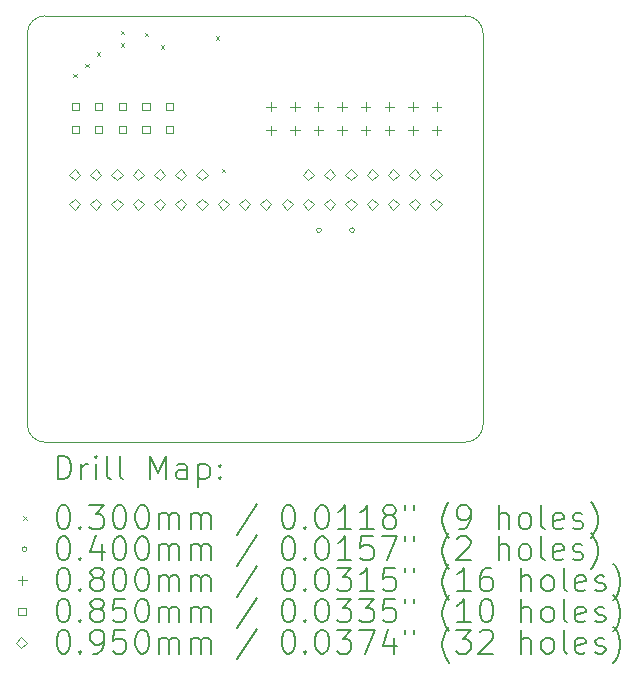
<source format=gbr>
%TF.GenerationSoftware,KiCad,Pcbnew,9.0.0*%
%TF.CreationDate,2025-08-24T13:42:27+02:00*%
%TF.ProjectId,Rivian-A,52697669-616e-42d4-912e-6b696361645f,rev?*%
%TF.SameCoordinates,Original*%
%TF.FileFunction,Drillmap*%
%TF.FilePolarity,Positive*%
%FSLAX45Y45*%
G04 Gerber Fmt 4.5, Leading zero omitted, Abs format (unit mm)*
G04 Created by KiCad (PCBNEW 9.0.0) date 2025-08-24 13:42:27*
%MOMM*%
%LPD*%
G01*
G04 APERTURE LIST*
%ADD10C,0.050000*%
%ADD11C,0.200000*%
%ADD12C,0.100000*%
G04 APERTURE END LIST*
D10*
X15500000Y-7030000D02*
G75*
G02*
X15650000Y-7180000I0J-150000D01*
G01*
X15650000Y-10490000D02*
G75*
G02*
X15500000Y-10640000I-150000J0D01*
G01*
X11790000Y-7180000D02*
G75*
G02*
X11940000Y-7030000I150000J0D01*
G01*
X11940000Y-10640000D02*
G75*
G02*
X11790000Y-10490000I0J150000D01*
G01*
X15650000Y-7180000D02*
X15650000Y-10490000D01*
X11940000Y-7030000D02*
X15500000Y-7030000D01*
X15500000Y-10640000D02*
X11940000Y-10640000D01*
X11790000Y-10490000D02*
X11790000Y-7180000D01*
D11*
D12*
X12180000Y-7520000D02*
X12210000Y-7550000D01*
X12210000Y-7520000D02*
X12180000Y-7550000D01*
X12280000Y-7435000D02*
X12310000Y-7465000D01*
X12310000Y-7435000D02*
X12280000Y-7465000D01*
X12380000Y-7340000D02*
X12410000Y-7370000D01*
X12410000Y-7340000D02*
X12380000Y-7370000D01*
X12580000Y-7155000D02*
X12610000Y-7185000D01*
X12610000Y-7155000D02*
X12580000Y-7185000D01*
X12580000Y-7260000D02*
X12610000Y-7290000D01*
X12610000Y-7260000D02*
X12580000Y-7290000D01*
X12785000Y-7175000D02*
X12815000Y-7205000D01*
X12815000Y-7175000D02*
X12785000Y-7205000D01*
X12920000Y-7281117D02*
X12950000Y-7311117D01*
X12950000Y-7281117D02*
X12920000Y-7311117D01*
X13385000Y-7205000D02*
X13415000Y-7235000D01*
X13415000Y-7205000D02*
X13385000Y-7235000D01*
X13435000Y-8325000D02*
X13465000Y-8355000D01*
X13465000Y-8325000D02*
X13435000Y-8355000D01*
X14280000Y-8845000D02*
G75*
G02*
X14240000Y-8845000I-20000J0D01*
G01*
X14240000Y-8845000D02*
G75*
G02*
X14280000Y-8845000I20000J0D01*
G01*
X14560000Y-8845000D02*
G75*
G02*
X14520000Y-8845000I-20000J0D01*
G01*
X14520000Y-8845000D02*
G75*
G02*
X14560000Y-8845000I20000J0D01*
G01*
X13855000Y-7760000D02*
X13855000Y-7840000D01*
X13815000Y-7800000D02*
X13895000Y-7800000D01*
X13855000Y-7960000D02*
X13855000Y-8040000D01*
X13815000Y-8000000D02*
X13895000Y-8000000D01*
X14055000Y-7760000D02*
X14055000Y-7840000D01*
X14015000Y-7800000D02*
X14095000Y-7800000D01*
X14055000Y-7960000D02*
X14055000Y-8040000D01*
X14015000Y-8000000D02*
X14095000Y-8000000D01*
X14255000Y-7760000D02*
X14255000Y-7840000D01*
X14215000Y-7800000D02*
X14295000Y-7800000D01*
X14255000Y-7960000D02*
X14255000Y-8040000D01*
X14215000Y-8000000D02*
X14295000Y-8000000D01*
X14455000Y-7760000D02*
X14455000Y-7840000D01*
X14415000Y-7800000D02*
X14495000Y-7800000D01*
X14455000Y-7960000D02*
X14455000Y-8040000D01*
X14415000Y-8000000D02*
X14495000Y-8000000D01*
X14655000Y-7760000D02*
X14655000Y-7840000D01*
X14615000Y-7800000D02*
X14695000Y-7800000D01*
X14655000Y-7960000D02*
X14655000Y-8040000D01*
X14615000Y-8000000D02*
X14695000Y-8000000D01*
X14855000Y-7760000D02*
X14855000Y-7840000D01*
X14815000Y-7800000D02*
X14895000Y-7800000D01*
X14855000Y-7960000D02*
X14855000Y-8040000D01*
X14815000Y-8000000D02*
X14895000Y-8000000D01*
X15055000Y-7760000D02*
X15055000Y-7840000D01*
X15015000Y-7800000D02*
X15095000Y-7800000D01*
X15055000Y-7960000D02*
X15055000Y-8040000D01*
X15015000Y-8000000D02*
X15095000Y-8000000D01*
X15255000Y-7760000D02*
X15255000Y-7840000D01*
X15215000Y-7800000D02*
X15295000Y-7800000D01*
X15255000Y-7960000D02*
X15255000Y-8040000D01*
X15215000Y-8000000D02*
X15295000Y-8000000D01*
X12225052Y-7825052D02*
X12225052Y-7764948D01*
X12164948Y-7764948D01*
X12164948Y-7825052D01*
X12225052Y-7825052D01*
X12225052Y-8025052D02*
X12225052Y-7964948D01*
X12164948Y-7964948D01*
X12164948Y-8025052D01*
X12225052Y-8025052D01*
X12425052Y-7825052D02*
X12425052Y-7764948D01*
X12364948Y-7764948D01*
X12364948Y-7825052D01*
X12425052Y-7825052D01*
X12425052Y-8025052D02*
X12425052Y-7964948D01*
X12364948Y-7964948D01*
X12364948Y-8025052D01*
X12425052Y-8025052D01*
X12625052Y-7825052D02*
X12625052Y-7764948D01*
X12564948Y-7764948D01*
X12564948Y-7825052D01*
X12625052Y-7825052D01*
X12625052Y-8025052D02*
X12625052Y-7964948D01*
X12564948Y-7964948D01*
X12564948Y-8025052D01*
X12625052Y-8025052D01*
X12825052Y-7825052D02*
X12825052Y-7764948D01*
X12764948Y-7764948D01*
X12764948Y-7825052D01*
X12825052Y-7825052D01*
X12825052Y-8025052D02*
X12825052Y-7964948D01*
X12764948Y-7964948D01*
X12764948Y-8025052D01*
X12825052Y-8025052D01*
X13025052Y-7825052D02*
X13025052Y-7764948D01*
X12964948Y-7764948D01*
X12964948Y-7825052D01*
X13025052Y-7825052D01*
X13025052Y-8025052D02*
X13025052Y-7964948D01*
X12964948Y-7964948D01*
X12964948Y-8025052D01*
X13025052Y-8025052D01*
X12190000Y-8422500D02*
X12237500Y-8375000D01*
X12190000Y-8327500D01*
X12142500Y-8375000D01*
X12190000Y-8422500D01*
X12190000Y-8672500D02*
X12237500Y-8625000D01*
X12190000Y-8577500D01*
X12142500Y-8625000D01*
X12190000Y-8672500D01*
X12370000Y-8422500D02*
X12417500Y-8375000D01*
X12370000Y-8327500D01*
X12322500Y-8375000D01*
X12370000Y-8422500D01*
X12370000Y-8672500D02*
X12417500Y-8625000D01*
X12370000Y-8577500D01*
X12322500Y-8625000D01*
X12370000Y-8672500D01*
X12550000Y-8422500D02*
X12597500Y-8375000D01*
X12550000Y-8327500D01*
X12502500Y-8375000D01*
X12550000Y-8422500D01*
X12550000Y-8672500D02*
X12597500Y-8625000D01*
X12550000Y-8577500D01*
X12502500Y-8625000D01*
X12550000Y-8672500D01*
X12730000Y-8422500D02*
X12777500Y-8375000D01*
X12730000Y-8327500D01*
X12682500Y-8375000D01*
X12730000Y-8422500D01*
X12730000Y-8672500D02*
X12777500Y-8625000D01*
X12730000Y-8577500D01*
X12682500Y-8625000D01*
X12730000Y-8672500D01*
X12910000Y-8422500D02*
X12957500Y-8375000D01*
X12910000Y-8327500D01*
X12862500Y-8375000D01*
X12910000Y-8422500D01*
X12910000Y-8672500D02*
X12957500Y-8625000D01*
X12910000Y-8577500D01*
X12862500Y-8625000D01*
X12910000Y-8672500D01*
X13090000Y-8422500D02*
X13137500Y-8375000D01*
X13090000Y-8327500D01*
X13042500Y-8375000D01*
X13090000Y-8422500D01*
X13090000Y-8672500D02*
X13137500Y-8625000D01*
X13090000Y-8577500D01*
X13042500Y-8625000D01*
X13090000Y-8672500D01*
X13270000Y-8422500D02*
X13317500Y-8375000D01*
X13270000Y-8327500D01*
X13222500Y-8375000D01*
X13270000Y-8422500D01*
X13270000Y-8672500D02*
X13317500Y-8625000D01*
X13270000Y-8577500D01*
X13222500Y-8625000D01*
X13270000Y-8672500D01*
X13450000Y-8672500D02*
X13497500Y-8625000D01*
X13450000Y-8577500D01*
X13402500Y-8625000D01*
X13450000Y-8672500D01*
X13630000Y-8672500D02*
X13677500Y-8625000D01*
X13630000Y-8577500D01*
X13582500Y-8625000D01*
X13630000Y-8672500D01*
X13810000Y-8672500D02*
X13857500Y-8625000D01*
X13810000Y-8577500D01*
X13762500Y-8625000D01*
X13810000Y-8672500D01*
X13990000Y-8672500D02*
X14037500Y-8625000D01*
X13990000Y-8577500D01*
X13942500Y-8625000D01*
X13990000Y-8672500D01*
X14170000Y-8422500D02*
X14217500Y-8375000D01*
X14170000Y-8327500D01*
X14122500Y-8375000D01*
X14170000Y-8422500D01*
X14170000Y-8672500D02*
X14217500Y-8625000D01*
X14170000Y-8577500D01*
X14122500Y-8625000D01*
X14170000Y-8672500D01*
X14350000Y-8422500D02*
X14397500Y-8375000D01*
X14350000Y-8327500D01*
X14302500Y-8375000D01*
X14350000Y-8422500D01*
X14350000Y-8672500D02*
X14397500Y-8625000D01*
X14350000Y-8577500D01*
X14302500Y-8625000D01*
X14350000Y-8672500D01*
X14530000Y-8422500D02*
X14577500Y-8375000D01*
X14530000Y-8327500D01*
X14482500Y-8375000D01*
X14530000Y-8422500D01*
X14530000Y-8672500D02*
X14577500Y-8625000D01*
X14530000Y-8577500D01*
X14482500Y-8625000D01*
X14530000Y-8672500D01*
X14710000Y-8422500D02*
X14757500Y-8375000D01*
X14710000Y-8327500D01*
X14662500Y-8375000D01*
X14710000Y-8422500D01*
X14710000Y-8672500D02*
X14757500Y-8625000D01*
X14710000Y-8577500D01*
X14662500Y-8625000D01*
X14710000Y-8672500D01*
X14890000Y-8422500D02*
X14937500Y-8375000D01*
X14890000Y-8327500D01*
X14842500Y-8375000D01*
X14890000Y-8422500D01*
X14890000Y-8672500D02*
X14937500Y-8625000D01*
X14890000Y-8577500D01*
X14842500Y-8625000D01*
X14890000Y-8672500D01*
X15070000Y-8422500D02*
X15117500Y-8375000D01*
X15070000Y-8327500D01*
X15022500Y-8375000D01*
X15070000Y-8422500D01*
X15070000Y-8672500D02*
X15117500Y-8625000D01*
X15070000Y-8577500D01*
X15022500Y-8625000D01*
X15070000Y-8672500D01*
X15250000Y-8422500D02*
X15297500Y-8375000D01*
X15250000Y-8327500D01*
X15202500Y-8375000D01*
X15250000Y-8422500D01*
X15250000Y-8672500D02*
X15297500Y-8625000D01*
X15250000Y-8577500D01*
X15202500Y-8625000D01*
X15250000Y-8672500D01*
D11*
X12048277Y-10953984D02*
X12048277Y-10753984D01*
X12048277Y-10753984D02*
X12095896Y-10753984D01*
X12095896Y-10753984D02*
X12124467Y-10763508D01*
X12124467Y-10763508D02*
X12143515Y-10782555D01*
X12143515Y-10782555D02*
X12153039Y-10801603D01*
X12153039Y-10801603D02*
X12162562Y-10839698D01*
X12162562Y-10839698D02*
X12162562Y-10868270D01*
X12162562Y-10868270D02*
X12153039Y-10906365D01*
X12153039Y-10906365D02*
X12143515Y-10925412D01*
X12143515Y-10925412D02*
X12124467Y-10944460D01*
X12124467Y-10944460D02*
X12095896Y-10953984D01*
X12095896Y-10953984D02*
X12048277Y-10953984D01*
X12248277Y-10953984D02*
X12248277Y-10820650D01*
X12248277Y-10858746D02*
X12257801Y-10839698D01*
X12257801Y-10839698D02*
X12267324Y-10830174D01*
X12267324Y-10830174D02*
X12286372Y-10820650D01*
X12286372Y-10820650D02*
X12305420Y-10820650D01*
X12372086Y-10953984D02*
X12372086Y-10820650D01*
X12372086Y-10753984D02*
X12362562Y-10763508D01*
X12362562Y-10763508D02*
X12372086Y-10773031D01*
X12372086Y-10773031D02*
X12381610Y-10763508D01*
X12381610Y-10763508D02*
X12372086Y-10753984D01*
X12372086Y-10753984D02*
X12372086Y-10773031D01*
X12495896Y-10953984D02*
X12476848Y-10944460D01*
X12476848Y-10944460D02*
X12467324Y-10925412D01*
X12467324Y-10925412D02*
X12467324Y-10753984D01*
X12600658Y-10953984D02*
X12581610Y-10944460D01*
X12581610Y-10944460D02*
X12572086Y-10925412D01*
X12572086Y-10925412D02*
X12572086Y-10753984D01*
X12829229Y-10953984D02*
X12829229Y-10753984D01*
X12829229Y-10753984D02*
X12895896Y-10896841D01*
X12895896Y-10896841D02*
X12962562Y-10753984D01*
X12962562Y-10753984D02*
X12962562Y-10953984D01*
X13143515Y-10953984D02*
X13143515Y-10849222D01*
X13143515Y-10849222D02*
X13133991Y-10830174D01*
X13133991Y-10830174D02*
X13114943Y-10820650D01*
X13114943Y-10820650D02*
X13076848Y-10820650D01*
X13076848Y-10820650D02*
X13057801Y-10830174D01*
X13143515Y-10944460D02*
X13124467Y-10953984D01*
X13124467Y-10953984D02*
X13076848Y-10953984D01*
X13076848Y-10953984D02*
X13057801Y-10944460D01*
X13057801Y-10944460D02*
X13048277Y-10925412D01*
X13048277Y-10925412D02*
X13048277Y-10906365D01*
X13048277Y-10906365D02*
X13057801Y-10887317D01*
X13057801Y-10887317D02*
X13076848Y-10877793D01*
X13076848Y-10877793D02*
X13124467Y-10877793D01*
X13124467Y-10877793D02*
X13143515Y-10868270D01*
X13238753Y-10820650D02*
X13238753Y-11020650D01*
X13238753Y-10830174D02*
X13257801Y-10820650D01*
X13257801Y-10820650D02*
X13295896Y-10820650D01*
X13295896Y-10820650D02*
X13314943Y-10830174D01*
X13314943Y-10830174D02*
X13324467Y-10839698D01*
X13324467Y-10839698D02*
X13333991Y-10858746D01*
X13333991Y-10858746D02*
X13333991Y-10915889D01*
X13333991Y-10915889D02*
X13324467Y-10934936D01*
X13324467Y-10934936D02*
X13314943Y-10944460D01*
X13314943Y-10944460D02*
X13295896Y-10953984D01*
X13295896Y-10953984D02*
X13257801Y-10953984D01*
X13257801Y-10953984D02*
X13238753Y-10944460D01*
X13419705Y-10934936D02*
X13429229Y-10944460D01*
X13429229Y-10944460D02*
X13419705Y-10953984D01*
X13419705Y-10953984D02*
X13410182Y-10944460D01*
X13410182Y-10944460D02*
X13419705Y-10934936D01*
X13419705Y-10934936D02*
X13419705Y-10953984D01*
X13419705Y-10830174D02*
X13429229Y-10839698D01*
X13429229Y-10839698D02*
X13419705Y-10849222D01*
X13419705Y-10849222D02*
X13410182Y-10839698D01*
X13410182Y-10839698D02*
X13419705Y-10830174D01*
X13419705Y-10830174D02*
X13419705Y-10849222D01*
D12*
X11757500Y-11267500D02*
X11787500Y-11297500D01*
X11787500Y-11267500D02*
X11757500Y-11297500D01*
D11*
X12086372Y-11173984D02*
X12105420Y-11173984D01*
X12105420Y-11173984D02*
X12124467Y-11183508D01*
X12124467Y-11183508D02*
X12133991Y-11193031D01*
X12133991Y-11193031D02*
X12143515Y-11212079D01*
X12143515Y-11212079D02*
X12153039Y-11250174D01*
X12153039Y-11250174D02*
X12153039Y-11297793D01*
X12153039Y-11297793D02*
X12143515Y-11335888D01*
X12143515Y-11335888D02*
X12133991Y-11354936D01*
X12133991Y-11354936D02*
X12124467Y-11364460D01*
X12124467Y-11364460D02*
X12105420Y-11373984D01*
X12105420Y-11373984D02*
X12086372Y-11373984D01*
X12086372Y-11373984D02*
X12067324Y-11364460D01*
X12067324Y-11364460D02*
X12057801Y-11354936D01*
X12057801Y-11354936D02*
X12048277Y-11335888D01*
X12048277Y-11335888D02*
X12038753Y-11297793D01*
X12038753Y-11297793D02*
X12038753Y-11250174D01*
X12038753Y-11250174D02*
X12048277Y-11212079D01*
X12048277Y-11212079D02*
X12057801Y-11193031D01*
X12057801Y-11193031D02*
X12067324Y-11183508D01*
X12067324Y-11183508D02*
X12086372Y-11173984D01*
X12238753Y-11354936D02*
X12248277Y-11364460D01*
X12248277Y-11364460D02*
X12238753Y-11373984D01*
X12238753Y-11373984D02*
X12229229Y-11364460D01*
X12229229Y-11364460D02*
X12238753Y-11354936D01*
X12238753Y-11354936D02*
X12238753Y-11373984D01*
X12314943Y-11173984D02*
X12438753Y-11173984D01*
X12438753Y-11173984D02*
X12372086Y-11250174D01*
X12372086Y-11250174D02*
X12400658Y-11250174D01*
X12400658Y-11250174D02*
X12419705Y-11259698D01*
X12419705Y-11259698D02*
X12429229Y-11269222D01*
X12429229Y-11269222D02*
X12438753Y-11288269D01*
X12438753Y-11288269D02*
X12438753Y-11335888D01*
X12438753Y-11335888D02*
X12429229Y-11354936D01*
X12429229Y-11354936D02*
X12419705Y-11364460D01*
X12419705Y-11364460D02*
X12400658Y-11373984D01*
X12400658Y-11373984D02*
X12343515Y-11373984D01*
X12343515Y-11373984D02*
X12324467Y-11364460D01*
X12324467Y-11364460D02*
X12314943Y-11354936D01*
X12562562Y-11173984D02*
X12581610Y-11173984D01*
X12581610Y-11173984D02*
X12600658Y-11183508D01*
X12600658Y-11183508D02*
X12610182Y-11193031D01*
X12610182Y-11193031D02*
X12619705Y-11212079D01*
X12619705Y-11212079D02*
X12629229Y-11250174D01*
X12629229Y-11250174D02*
X12629229Y-11297793D01*
X12629229Y-11297793D02*
X12619705Y-11335888D01*
X12619705Y-11335888D02*
X12610182Y-11354936D01*
X12610182Y-11354936D02*
X12600658Y-11364460D01*
X12600658Y-11364460D02*
X12581610Y-11373984D01*
X12581610Y-11373984D02*
X12562562Y-11373984D01*
X12562562Y-11373984D02*
X12543515Y-11364460D01*
X12543515Y-11364460D02*
X12533991Y-11354936D01*
X12533991Y-11354936D02*
X12524467Y-11335888D01*
X12524467Y-11335888D02*
X12514943Y-11297793D01*
X12514943Y-11297793D02*
X12514943Y-11250174D01*
X12514943Y-11250174D02*
X12524467Y-11212079D01*
X12524467Y-11212079D02*
X12533991Y-11193031D01*
X12533991Y-11193031D02*
X12543515Y-11183508D01*
X12543515Y-11183508D02*
X12562562Y-11173984D01*
X12753039Y-11173984D02*
X12772086Y-11173984D01*
X12772086Y-11173984D02*
X12791134Y-11183508D01*
X12791134Y-11183508D02*
X12800658Y-11193031D01*
X12800658Y-11193031D02*
X12810182Y-11212079D01*
X12810182Y-11212079D02*
X12819705Y-11250174D01*
X12819705Y-11250174D02*
X12819705Y-11297793D01*
X12819705Y-11297793D02*
X12810182Y-11335888D01*
X12810182Y-11335888D02*
X12800658Y-11354936D01*
X12800658Y-11354936D02*
X12791134Y-11364460D01*
X12791134Y-11364460D02*
X12772086Y-11373984D01*
X12772086Y-11373984D02*
X12753039Y-11373984D01*
X12753039Y-11373984D02*
X12733991Y-11364460D01*
X12733991Y-11364460D02*
X12724467Y-11354936D01*
X12724467Y-11354936D02*
X12714943Y-11335888D01*
X12714943Y-11335888D02*
X12705420Y-11297793D01*
X12705420Y-11297793D02*
X12705420Y-11250174D01*
X12705420Y-11250174D02*
X12714943Y-11212079D01*
X12714943Y-11212079D02*
X12724467Y-11193031D01*
X12724467Y-11193031D02*
X12733991Y-11183508D01*
X12733991Y-11183508D02*
X12753039Y-11173984D01*
X12905420Y-11373984D02*
X12905420Y-11240650D01*
X12905420Y-11259698D02*
X12914943Y-11250174D01*
X12914943Y-11250174D02*
X12933991Y-11240650D01*
X12933991Y-11240650D02*
X12962563Y-11240650D01*
X12962563Y-11240650D02*
X12981610Y-11250174D01*
X12981610Y-11250174D02*
X12991134Y-11269222D01*
X12991134Y-11269222D02*
X12991134Y-11373984D01*
X12991134Y-11269222D02*
X13000658Y-11250174D01*
X13000658Y-11250174D02*
X13019705Y-11240650D01*
X13019705Y-11240650D02*
X13048277Y-11240650D01*
X13048277Y-11240650D02*
X13067324Y-11250174D01*
X13067324Y-11250174D02*
X13076848Y-11269222D01*
X13076848Y-11269222D02*
X13076848Y-11373984D01*
X13172086Y-11373984D02*
X13172086Y-11240650D01*
X13172086Y-11259698D02*
X13181610Y-11250174D01*
X13181610Y-11250174D02*
X13200658Y-11240650D01*
X13200658Y-11240650D02*
X13229229Y-11240650D01*
X13229229Y-11240650D02*
X13248277Y-11250174D01*
X13248277Y-11250174D02*
X13257801Y-11269222D01*
X13257801Y-11269222D02*
X13257801Y-11373984D01*
X13257801Y-11269222D02*
X13267324Y-11250174D01*
X13267324Y-11250174D02*
X13286372Y-11240650D01*
X13286372Y-11240650D02*
X13314943Y-11240650D01*
X13314943Y-11240650D02*
X13333991Y-11250174D01*
X13333991Y-11250174D02*
X13343515Y-11269222D01*
X13343515Y-11269222D02*
X13343515Y-11373984D01*
X13733991Y-11164460D02*
X13562563Y-11421603D01*
X13991134Y-11173984D02*
X14010182Y-11173984D01*
X14010182Y-11173984D02*
X14029229Y-11183508D01*
X14029229Y-11183508D02*
X14038753Y-11193031D01*
X14038753Y-11193031D02*
X14048277Y-11212079D01*
X14048277Y-11212079D02*
X14057801Y-11250174D01*
X14057801Y-11250174D02*
X14057801Y-11297793D01*
X14057801Y-11297793D02*
X14048277Y-11335888D01*
X14048277Y-11335888D02*
X14038753Y-11354936D01*
X14038753Y-11354936D02*
X14029229Y-11364460D01*
X14029229Y-11364460D02*
X14010182Y-11373984D01*
X14010182Y-11373984D02*
X13991134Y-11373984D01*
X13991134Y-11373984D02*
X13972086Y-11364460D01*
X13972086Y-11364460D02*
X13962563Y-11354936D01*
X13962563Y-11354936D02*
X13953039Y-11335888D01*
X13953039Y-11335888D02*
X13943515Y-11297793D01*
X13943515Y-11297793D02*
X13943515Y-11250174D01*
X13943515Y-11250174D02*
X13953039Y-11212079D01*
X13953039Y-11212079D02*
X13962563Y-11193031D01*
X13962563Y-11193031D02*
X13972086Y-11183508D01*
X13972086Y-11183508D02*
X13991134Y-11173984D01*
X14143515Y-11354936D02*
X14153039Y-11364460D01*
X14153039Y-11364460D02*
X14143515Y-11373984D01*
X14143515Y-11373984D02*
X14133991Y-11364460D01*
X14133991Y-11364460D02*
X14143515Y-11354936D01*
X14143515Y-11354936D02*
X14143515Y-11373984D01*
X14276848Y-11173984D02*
X14295896Y-11173984D01*
X14295896Y-11173984D02*
X14314944Y-11183508D01*
X14314944Y-11183508D02*
X14324467Y-11193031D01*
X14324467Y-11193031D02*
X14333991Y-11212079D01*
X14333991Y-11212079D02*
X14343515Y-11250174D01*
X14343515Y-11250174D02*
X14343515Y-11297793D01*
X14343515Y-11297793D02*
X14333991Y-11335888D01*
X14333991Y-11335888D02*
X14324467Y-11354936D01*
X14324467Y-11354936D02*
X14314944Y-11364460D01*
X14314944Y-11364460D02*
X14295896Y-11373984D01*
X14295896Y-11373984D02*
X14276848Y-11373984D01*
X14276848Y-11373984D02*
X14257801Y-11364460D01*
X14257801Y-11364460D02*
X14248277Y-11354936D01*
X14248277Y-11354936D02*
X14238753Y-11335888D01*
X14238753Y-11335888D02*
X14229229Y-11297793D01*
X14229229Y-11297793D02*
X14229229Y-11250174D01*
X14229229Y-11250174D02*
X14238753Y-11212079D01*
X14238753Y-11212079D02*
X14248277Y-11193031D01*
X14248277Y-11193031D02*
X14257801Y-11183508D01*
X14257801Y-11183508D02*
X14276848Y-11173984D01*
X14533991Y-11373984D02*
X14419706Y-11373984D01*
X14476848Y-11373984D02*
X14476848Y-11173984D01*
X14476848Y-11173984D02*
X14457801Y-11202555D01*
X14457801Y-11202555D02*
X14438753Y-11221603D01*
X14438753Y-11221603D02*
X14419706Y-11231127D01*
X14724467Y-11373984D02*
X14610182Y-11373984D01*
X14667325Y-11373984D02*
X14667325Y-11173984D01*
X14667325Y-11173984D02*
X14648277Y-11202555D01*
X14648277Y-11202555D02*
X14629229Y-11221603D01*
X14629229Y-11221603D02*
X14610182Y-11231127D01*
X14838753Y-11259698D02*
X14819706Y-11250174D01*
X14819706Y-11250174D02*
X14810182Y-11240650D01*
X14810182Y-11240650D02*
X14800658Y-11221603D01*
X14800658Y-11221603D02*
X14800658Y-11212079D01*
X14800658Y-11212079D02*
X14810182Y-11193031D01*
X14810182Y-11193031D02*
X14819706Y-11183508D01*
X14819706Y-11183508D02*
X14838753Y-11173984D01*
X14838753Y-11173984D02*
X14876848Y-11173984D01*
X14876848Y-11173984D02*
X14895896Y-11183508D01*
X14895896Y-11183508D02*
X14905420Y-11193031D01*
X14905420Y-11193031D02*
X14914944Y-11212079D01*
X14914944Y-11212079D02*
X14914944Y-11221603D01*
X14914944Y-11221603D02*
X14905420Y-11240650D01*
X14905420Y-11240650D02*
X14895896Y-11250174D01*
X14895896Y-11250174D02*
X14876848Y-11259698D01*
X14876848Y-11259698D02*
X14838753Y-11259698D01*
X14838753Y-11259698D02*
X14819706Y-11269222D01*
X14819706Y-11269222D02*
X14810182Y-11278746D01*
X14810182Y-11278746D02*
X14800658Y-11297793D01*
X14800658Y-11297793D02*
X14800658Y-11335888D01*
X14800658Y-11335888D02*
X14810182Y-11354936D01*
X14810182Y-11354936D02*
X14819706Y-11364460D01*
X14819706Y-11364460D02*
X14838753Y-11373984D01*
X14838753Y-11373984D02*
X14876848Y-11373984D01*
X14876848Y-11373984D02*
X14895896Y-11364460D01*
X14895896Y-11364460D02*
X14905420Y-11354936D01*
X14905420Y-11354936D02*
X14914944Y-11335888D01*
X14914944Y-11335888D02*
X14914944Y-11297793D01*
X14914944Y-11297793D02*
X14905420Y-11278746D01*
X14905420Y-11278746D02*
X14895896Y-11269222D01*
X14895896Y-11269222D02*
X14876848Y-11259698D01*
X14991134Y-11173984D02*
X14991134Y-11212079D01*
X15067325Y-11173984D02*
X15067325Y-11212079D01*
X15362563Y-11450174D02*
X15353039Y-11440650D01*
X15353039Y-11440650D02*
X15333991Y-11412079D01*
X15333991Y-11412079D02*
X15324468Y-11393031D01*
X15324468Y-11393031D02*
X15314944Y-11364460D01*
X15314944Y-11364460D02*
X15305420Y-11316841D01*
X15305420Y-11316841D02*
X15305420Y-11278746D01*
X15305420Y-11278746D02*
X15314944Y-11231127D01*
X15314944Y-11231127D02*
X15324468Y-11202555D01*
X15324468Y-11202555D02*
X15333991Y-11183508D01*
X15333991Y-11183508D02*
X15353039Y-11154936D01*
X15353039Y-11154936D02*
X15362563Y-11145412D01*
X15448277Y-11373984D02*
X15486372Y-11373984D01*
X15486372Y-11373984D02*
X15505420Y-11364460D01*
X15505420Y-11364460D02*
X15514944Y-11354936D01*
X15514944Y-11354936D02*
X15533991Y-11326365D01*
X15533991Y-11326365D02*
X15543515Y-11288269D01*
X15543515Y-11288269D02*
X15543515Y-11212079D01*
X15543515Y-11212079D02*
X15533991Y-11193031D01*
X15533991Y-11193031D02*
X15524468Y-11183508D01*
X15524468Y-11183508D02*
X15505420Y-11173984D01*
X15505420Y-11173984D02*
X15467325Y-11173984D01*
X15467325Y-11173984D02*
X15448277Y-11183508D01*
X15448277Y-11183508D02*
X15438753Y-11193031D01*
X15438753Y-11193031D02*
X15429229Y-11212079D01*
X15429229Y-11212079D02*
X15429229Y-11259698D01*
X15429229Y-11259698D02*
X15438753Y-11278746D01*
X15438753Y-11278746D02*
X15448277Y-11288269D01*
X15448277Y-11288269D02*
X15467325Y-11297793D01*
X15467325Y-11297793D02*
X15505420Y-11297793D01*
X15505420Y-11297793D02*
X15524468Y-11288269D01*
X15524468Y-11288269D02*
X15533991Y-11278746D01*
X15533991Y-11278746D02*
X15543515Y-11259698D01*
X15781610Y-11373984D02*
X15781610Y-11173984D01*
X15867325Y-11373984D02*
X15867325Y-11269222D01*
X15867325Y-11269222D02*
X15857801Y-11250174D01*
X15857801Y-11250174D02*
X15838753Y-11240650D01*
X15838753Y-11240650D02*
X15810182Y-11240650D01*
X15810182Y-11240650D02*
X15791134Y-11250174D01*
X15791134Y-11250174D02*
X15781610Y-11259698D01*
X15991134Y-11373984D02*
X15972087Y-11364460D01*
X15972087Y-11364460D02*
X15962563Y-11354936D01*
X15962563Y-11354936D02*
X15953039Y-11335888D01*
X15953039Y-11335888D02*
X15953039Y-11278746D01*
X15953039Y-11278746D02*
X15962563Y-11259698D01*
X15962563Y-11259698D02*
X15972087Y-11250174D01*
X15972087Y-11250174D02*
X15991134Y-11240650D01*
X15991134Y-11240650D02*
X16019706Y-11240650D01*
X16019706Y-11240650D02*
X16038753Y-11250174D01*
X16038753Y-11250174D02*
X16048277Y-11259698D01*
X16048277Y-11259698D02*
X16057801Y-11278746D01*
X16057801Y-11278746D02*
X16057801Y-11335888D01*
X16057801Y-11335888D02*
X16048277Y-11354936D01*
X16048277Y-11354936D02*
X16038753Y-11364460D01*
X16038753Y-11364460D02*
X16019706Y-11373984D01*
X16019706Y-11373984D02*
X15991134Y-11373984D01*
X16172087Y-11373984D02*
X16153039Y-11364460D01*
X16153039Y-11364460D02*
X16143515Y-11345412D01*
X16143515Y-11345412D02*
X16143515Y-11173984D01*
X16324468Y-11364460D02*
X16305420Y-11373984D01*
X16305420Y-11373984D02*
X16267325Y-11373984D01*
X16267325Y-11373984D02*
X16248277Y-11364460D01*
X16248277Y-11364460D02*
X16238753Y-11345412D01*
X16238753Y-11345412D02*
X16238753Y-11269222D01*
X16238753Y-11269222D02*
X16248277Y-11250174D01*
X16248277Y-11250174D02*
X16267325Y-11240650D01*
X16267325Y-11240650D02*
X16305420Y-11240650D01*
X16305420Y-11240650D02*
X16324468Y-11250174D01*
X16324468Y-11250174D02*
X16333991Y-11269222D01*
X16333991Y-11269222D02*
X16333991Y-11288269D01*
X16333991Y-11288269D02*
X16238753Y-11307317D01*
X16410182Y-11364460D02*
X16429230Y-11373984D01*
X16429230Y-11373984D02*
X16467325Y-11373984D01*
X16467325Y-11373984D02*
X16486372Y-11364460D01*
X16486372Y-11364460D02*
X16495896Y-11345412D01*
X16495896Y-11345412D02*
X16495896Y-11335888D01*
X16495896Y-11335888D02*
X16486372Y-11316841D01*
X16486372Y-11316841D02*
X16467325Y-11307317D01*
X16467325Y-11307317D02*
X16438753Y-11307317D01*
X16438753Y-11307317D02*
X16419706Y-11297793D01*
X16419706Y-11297793D02*
X16410182Y-11278746D01*
X16410182Y-11278746D02*
X16410182Y-11269222D01*
X16410182Y-11269222D02*
X16419706Y-11250174D01*
X16419706Y-11250174D02*
X16438753Y-11240650D01*
X16438753Y-11240650D02*
X16467325Y-11240650D01*
X16467325Y-11240650D02*
X16486372Y-11250174D01*
X16562563Y-11450174D02*
X16572087Y-11440650D01*
X16572087Y-11440650D02*
X16591134Y-11412079D01*
X16591134Y-11412079D02*
X16600658Y-11393031D01*
X16600658Y-11393031D02*
X16610182Y-11364460D01*
X16610182Y-11364460D02*
X16619706Y-11316841D01*
X16619706Y-11316841D02*
X16619706Y-11278746D01*
X16619706Y-11278746D02*
X16610182Y-11231127D01*
X16610182Y-11231127D02*
X16600658Y-11202555D01*
X16600658Y-11202555D02*
X16591134Y-11183508D01*
X16591134Y-11183508D02*
X16572087Y-11154936D01*
X16572087Y-11154936D02*
X16562563Y-11145412D01*
D12*
X11787500Y-11546500D02*
G75*
G02*
X11747500Y-11546500I-20000J0D01*
G01*
X11747500Y-11546500D02*
G75*
G02*
X11787500Y-11546500I20000J0D01*
G01*
D11*
X12086372Y-11437984D02*
X12105420Y-11437984D01*
X12105420Y-11437984D02*
X12124467Y-11447508D01*
X12124467Y-11447508D02*
X12133991Y-11457031D01*
X12133991Y-11457031D02*
X12143515Y-11476079D01*
X12143515Y-11476079D02*
X12153039Y-11514174D01*
X12153039Y-11514174D02*
X12153039Y-11561793D01*
X12153039Y-11561793D02*
X12143515Y-11599888D01*
X12143515Y-11599888D02*
X12133991Y-11618936D01*
X12133991Y-11618936D02*
X12124467Y-11628460D01*
X12124467Y-11628460D02*
X12105420Y-11637984D01*
X12105420Y-11637984D02*
X12086372Y-11637984D01*
X12086372Y-11637984D02*
X12067324Y-11628460D01*
X12067324Y-11628460D02*
X12057801Y-11618936D01*
X12057801Y-11618936D02*
X12048277Y-11599888D01*
X12048277Y-11599888D02*
X12038753Y-11561793D01*
X12038753Y-11561793D02*
X12038753Y-11514174D01*
X12038753Y-11514174D02*
X12048277Y-11476079D01*
X12048277Y-11476079D02*
X12057801Y-11457031D01*
X12057801Y-11457031D02*
X12067324Y-11447508D01*
X12067324Y-11447508D02*
X12086372Y-11437984D01*
X12238753Y-11618936D02*
X12248277Y-11628460D01*
X12248277Y-11628460D02*
X12238753Y-11637984D01*
X12238753Y-11637984D02*
X12229229Y-11628460D01*
X12229229Y-11628460D02*
X12238753Y-11618936D01*
X12238753Y-11618936D02*
X12238753Y-11637984D01*
X12419705Y-11504650D02*
X12419705Y-11637984D01*
X12372086Y-11428460D02*
X12324467Y-11571317D01*
X12324467Y-11571317D02*
X12448277Y-11571317D01*
X12562562Y-11437984D02*
X12581610Y-11437984D01*
X12581610Y-11437984D02*
X12600658Y-11447508D01*
X12600658Y-11447508D02*
X12610182Y-11457031D01*
X12610182Y-11457031D02*
X12619705Y-11476079D01*
X12619705Y-11476079D02*
X12629229Y-11514174D01*
X12629229Y-11514174D02*
X12629229Y-11561793D01*
X12629229Y-11561793D02*
X12619705Y-11599888D01*
X12619705Y-11599888D02*
X12610182Y-11618936D01*
X12610182Y-11618936D02*
X12600658Y-11628460D01*
X12600658Y-11628460D02*
X12581610Y-11637984D01*
X12581610Y-11637984D02*
X12562562Y-11637984D01*
X12562562Y-11637984D02*
X12543515Y-11628460D01*
X12543515Y-11628460D02*
X12533991Y-11618936D01*
X12533991Y-11618936D02*
X12524467Y-11599888D01*
X12524467Y-11599888D02*
X12514943Y-11561793D01*
X12514943Y-11561793D02*
X12514943Y-11514174D01*
X12514943Y-11514174D02*
X12524467Y-11476079D01*
X12524467Y-11476079D02*
X12533991Y-11457031D01*
X12533991Y-11457031D02*
X12543515Y-11447508D01*
X12543515Y-11447508D02*
X12562562Y-11437984D01*
X12753039Y-11437984D02*
X12772086Y-11437984D01*
X12772086Y-11437984D02*
X12791134Y-11447508D01*
X12791134Y-11447508D02*
X12800658Y-11457031D01*
X12800658Y-11457031D02*
X12810182Y-11476079D01*
X12810182Y-11476079D02*
X12819705Y-11514174D01*
X12819705Y-11514174D02*
X12819705Y-11561793D01*
X12819705Y-11561793D02*
X12810182Y-11599888D01*
X12810182Y-11599888D02*
X12800658Y-11618936D01*
X12800658Y-11618936D02*
X12791134Y-11628460D01*
X12791134Y-11628460D02*
X12772086Y-11637984D01*
X12772086Y-11637984D02*
X12753039Y-11637984D01*
X12753039Y-11637984D02*
X12733991Y-11628460D01*
X12733991Y-11628460D02*
X12724467Y-11618936D01*
X12724467Y-11618936D02*
X12714943Y-11599888D01*
X12714943Y-11599888D02*
X12705420Y-11561793D01*
X12705420Y-11561793D02*
X12705420Y-11514174D01*
X12705420Y-11514174D02*
X12714943Y-11476079D01*
X12714943Y-11476079D02*
X12724467Y-11457031D01*
X12724467Y-11457031D02*
X12733991Y-11447508D01*
X12733991Y-11447508D02*
X12753039Y-11437984D01*
X12905420Y-11637984D02*
X12905420Y-11504650D01*
X12905420Y-11523698D02*
X12914943Y-11514174D01*
X12914943Y-11514174D02*
X12933991Y-11504650D01*
X12933991Y-11504650D02*
X12962563Y-11504650D01*
X12962563Y-11504650D02*
X12981610Y-11514174D01*
X12981610Y-11514174D02*
X12991134Y-11533222D01*
X12991134Y-11533222D02*
X12991134Y-11637984D01*
X12991134Y-11533222D02*
X13000658Y-11514174D01*
X13000658Y-11514174D02*
X13019705Y-11504650D01*
X13019705Y-11504650D02*
X13048277Y-11504650D01*
X13048277Y-11504650D02*
X13067324Y-11514174D01*
X13067324Y-11514174D02*
X13076848Y-11533222D01*
X13076848Y-11533222D02*
X13076848Y-11637984D01*
X13172086Y-11637984D02*
X13172086Y-11504650D01*
X13172086Y-11523698D02*
X13181610Y-11514174D01*
X13181610Y-11514174D02*
X13200658Y-11504650D01*
X13200658Y-11504650D02*
X13229229Y-11504650D01*
X13229229Y-11504650D02*
X13248277Y-11514174D01*
X13248277Y-11514174D02*
X13257801Y-11533222D01*
X13257801Y-11533222D02*
X13257801Y-11637984D01*
X13257801Y-11533222D02*
X13267324Y-11514174D01*
X13267324Y-11514174D02*
X13286372Y-11504650D01*
X13286372Y-11504650D02*
X13314943Y-11504650D01*
X13314943Y-11504650D02*
X13333991Y-11514174D01*
X13333991Y-11514174D02*
X13343515Y-11533222D01*
X13343515Y-11533222D02*
X13343515Y-11637984D01*
X13733991Y-11428460D02*
X13562563Y-11685603D01*
X13991134Y-11437984D02*
X14010182Y-11437984D01*
X14010182Y-11437984D02*
X14029229Y-11447508D01*
X14029229Y-11447508D02*
X14038753Y-11457031D01*
X14038753Y-11457031D02*
X14048277Y-11476079D01*
X14048277Y-11476079D02*
X14057801Y-11514174D01*
X14057801Y-11514174D02*
X14057801Y-11561793D01*
X14057801Y-11561793D02*
X14048277Y-11599888D01*
X14048277Y-11599888D02*
X14038753Y-11618936D01*
X14038753Y-11618936D02*
X14029229Y-11628460D01*
X14029229Y-11628460D02*
X14010182Y-11637984D01*
X14010182Y-11637984D02*
X13991134Y-11637984D01*
X13991134Y-11637984D02*
X13972086Y-11628460D01*
X13972086Y-11628460D02*
X13962563Y-11618936D01*
X13962563Y-11618936D02*
X13953039Y-11599888D01*
X13953039Y-11599888D02*
X13943515Y-11561793D01*
X13943515Y-11561793D02*
X13943515Y-11514174D01*
X13943515Y-11514174D02*
X13953039Y-11476079D01*
X13953039Y-11476079D02*
X13962563Y-11457031D01*
X13962563Y-11457031D02*
X13972086Y-11447508D01*
X13972086Y-11447508D02*
X13991134Y-11437984D01*
X14143515Y-11618936D02*
X14153039Y-11628460D01*
X14153039Y-11628460D02*
X14143515Y-11637984D01*
X14143515Y-11637984D02*
X14133991Y-11628460D01*
X14133991Y-11628460D02*
X14143515Y-11618936D01*
X14143515Y-11618936D02*
X14143515Y-11637984D01*
X14276848Y-11437984D02*
X14295896Y-11437984D01*
X14295896Y-11437984D02*
X14314944Y-11447508D01*
X14314944Y-11447508D02*
X14324467Y-11457031D01*
X14324467Y-11457031D02*
X14333991Y-11476079D01*
X14333991Y-11476079D02*
X14343515Y-11514174D01*
X14343515Y-11514174D02*
X14343515Y-11561793D01*
X14343515Y-11561793D02*
X14333991Y-11599888D01*
X14333991Y-11599888D02*
X14324467Y-11618936D01*
X14324467Y-11618936D02*
X14314944Y-11628460D01*
X14314944Y-11628460D02*
X14295896Y-11637984D01*
X14295896Y-11637984D02*
X14276848Y-11637984D01*
X14276848Y-11637984D02*
X14257801Y-11628460D01*
X14257801Y-11628460D02*
X14248277Y-11618936D01*
X14248277Y-11618936D02*
X14238753Y-11599888D01*
X14238753Y-11599888D02*
X14229229Y-11561793D01*
X14229229Y-11561793D02*
X14229229Y-11514174D01*
X14229229Y-11514174D02*
X14238753Y-11476079D01*
X14238753Y-11476079D02*
X14248277Y-11457031D01*
X14248277Y-11457031D02*
X14257801Y-11447508D01*
X14257801Y-11447508D02*
X14276848Y-11437984D01*
X14533991Y-11637984D02*
X14419706Y-11637984D01*
X14476848Y-11637984D02*
X14476848Y-11437984D01*
X14476848Y-11437984D02*
X14457801Y-11466555D01*
X14457801Y-11466555D02*
X14438753Y-11485603D01*
X14438753Y-11485603D02*
X14419706Y-11495127D01*
X14714944Y-11437984D02*
X14619706Y-11437984D01*
X14619706Y-11437984D02*
X14610182Y-11533222D01*
X14610182Y-11533222D02*
X14619706Y-11523698D01*
X14619706Y-11523698D02*
X14638753Y-11514174D01*
X14638753Y-11514174D02*
X14686372Y-11514174D01*
X14686372Y-11514174D02*
X14705420Y-11523698D01*
X14705420Y-11523698D02*
X14714944Y-11533222D01*
X14714944Y-11533222D02*
X14724467Y-11552269D01*
X14724467Y-11552269D02*
X14724467Y-11599888D01*
X14724467Y-11599888D02*
X14714944Y-11618936D01*
X14714944Y-11618936D02*
X14705420Y-11628460D01*
X14705420Y-11628460D02*
X14686372Y-11637984D01*
X14686372Y-11637984D02*
X14638753Y-11637984D01*
X14638753Y-11637984D02*
X14619706Y-11628460D01*
X14619706Y-11628460D02*
X14610182Y-11618936D01*
X14791134Y-11437984D02*
X14924467Y-11437984D01*
X14924467Y-11437984D02*
X14838753Y-11637984D01*
X14991134Y-11437984D02*
X14991134Y-11476079D01*
X15067325Y-11437984D02*
X15067325Y-11476079D01*
X15362563Y-11714174D02*
X15353039Y-11704650D01*
X15353039Y-11704650D02*
X15333991Y-11676079D01*
X15333991Y-11676079D02*
X15324468Y-11657031D01*
X15324468Y-11657031D02*
X15314944Y-11628460D01*
X15314944Y-11628460D02*
X15305420Y-11580841D01*
X15305420Y-11580841D02*
X15305420Y-11542746D01*
X15305420Y-11542746D02*
X15314944Y-11495127D01*
X15314944Y-11495127D02*
X15324468Y-11466555D01*
X15324468Y-11466555D02*
X15333991Y-11447508D01*
X15333991Y-11447508D02*
X15353039Y-11418936D01*
X15353039Y-11418936D02*
X15362563Y-11409412D01*
X15429229Y-11457031D02*
X15438753Y-11447508D01*
X15438753Y-11447508D02*
X15457801Y-11437984D01*
X15457801Y-11437984D02*
X15505420Y-11437984D01*
X15505420Y-11437984D02*
X15524468Y-11447508D01*
X15524468Y-11447508D02*
X15533991Y-11457031D01*
X15533991Y-11457031D02*
X15543515Y-11476079D01*
X15543515Y-11476079D02*
X15543515Y-11495127D01*
X15543515Y-11495127D02*
X15533991Y-11523698D01*
X15533991Y-11523698D02*
X15419706Y-11637984D01*
X15419706Y-11637984D02*
X15543515Y-11637984D01*
X15781610Y-11637984D02*
X15781610Y-11437984D01*
X15867325Y-11637984D02*
X15867325Y-11533222D01*
X15867325Y-11533222D02*
X15857801Y-11514174D01*
X15857801Y-11514174D02*
X15838753Y-11504650D01*
X15838753Y-11504650D02*
X15810182Y-11504650D01*
X15810182Y-11504650D02*
X15791134Y-11514174D01*
X15791134Y-11514174D02*
X15781610Y-11523698D01*
X15991134Y-11637984D02*
X15972087Y-11628460D01*
X15972087Y-11628460D02*
X15962563Y-11618936D01*
X15962563Y-11618936D02*
X15953039Y-11599888D01*
X15953039Y-11599888D02*
X15953039Y-11542746D01*
X15953039Y-11542746D02*
X15962563Y-11523698D01*
X15962563Y-11523698D02*
X15972087Y-11514174D01*
X15972087Y-11514174D02*
X15991134Y-11504650D01*
X15991134Y-11504650D02*
X16019706Y-11504650D01*
X16019706Y-11504650D02*
X16038753Y-11514174D01*
X16038753Y-11514174D02*
X16048277Y-11523698D01*
X16048277Y-11523698D02*
X16057801Y-11542746D01*
X16057801Y-11542746D02*
X16057801Y-11599888D01*
X16057801Y-11599888D02*
X16048277Y-11618936D01*
X16048277Y-11618936D02*
X16038753Y-11628460D01*
X16038753Y-11628460D02*
X16019706Y-11637984D01*
X16019706Y-11637984D02*
X15991134Y-11637984D01*
X16172087Y-11637984D02*
X16153039Y-11628460D01*
X16153039Y-11628460D02*
X16143515Y-11609412D01*
X16143515Y-11609412D02*
X16143515Y-11437984D01*
X16324468Y-11628460D02*
X16305420Y-11637984D01*
X16305420Y-11637984D02*
X16267325Y-11637984D01*
X16267325Y-11637984D02*
X16248277Y-11628460D01*
X16248277Y-11628460D02*
X16238753Y-11609412D01*
X16238753Y-11609412D02*
X16238753Y-11533222D01*
X16238753Y-11533222D02*
X16248277Y-11514174D01*
X16248277Y-11514174D02*
X16267325Y-11504650D01*
X16267325Y-11504650D02*
X16305420Y-11504650D01*
X16305420Y-11504650D02*
X16324468Y-11514174D01*
X16324468Y-11514174D02*
X16333991Y-11533222D01*
X16333991Y-11533222D02*
X16333991Y-11552269D01*
X16333991Y-11552269D02*
X16238753Y-11571317D01*
X16410182Y-11628460D02*
X16429230Y-11637984D01*
X16429230Y-11637984D02*
X16467325Y-11637984D01*
X16467325Y-11637984D02*
X16486372Y-11628460D01*
X16486372Y-11628460D02*
X16495896Y-11609412D01*
X16495896Y-11609412D02*
X16495896Y-11599888D01*
X16495896Y-11599888D02*
X16486372Y-11580841D01*
X16486372Y-11580841D02*
X16467325Y-11571317D01*
X16467325Y-11571317D02*
X16438753Y-11571317D01*
X16438753Y-11571317D02*
X16419706Y-11561793D01*
X16419706Y-11561793D02*
X16410182Y-11542746D01*
X16410182Y-11542746D02*
X16410182Y-11533222D01*
X16410182Y-11533222D02*
X16419706Y-11514174D01*
X16419706Y-11514174D02*
X16438753Y-11504650D01*
X16438753Y-11504650D02*
X16467325Y-11504650D01*
X16467325Y-11504650D02*
X16486372Y-11514174D01*
X16562563Y-11714174D02*
X16572087Y-11704650D01*
X16572087Y-11704650D02*
X16591134Y-11676079D01*
X16591134Y-11676079D02*
X16600658Y-11657031D01*
X16600658Y-11657031D02*
X16610182Y-11628460D01*
X16610182Y-11628460D02*
X16619706Y-11580841D01*
X16619706Y-11580841D02*
X16619706Y-11542746D01*
X16619706Y-11542746D02*
X16610182Y-11495127D01*
X16610182Y-11495127D02*
X16600658Y-11466555D01*
X16600658Y-11466555D02*
X16591134Y-11447508D01*
X16591134Y-11447508D02*
X16572087Y-11418936D01*
X16572087Y-11418936D02*
X16562563Y-11409412D01*
D12*
X11747500Y-11770500D02*
X11747500Y-11850500D01*
X11707500Y-11810500D02*
X11787500Y-11810500D01*
D11*
X12086372Y-11701984D02*
X12105420Y-11701984D01*
X12105420Y-11701984D02*
X12124467Y-11711508D01*
X12124467Y-11711508D02*
X12133991Y-11721031D01*
X12133991Y-11721031D02*
X12143515Y-11740079D01*
X12143515Y-11740079D02*
X12153039Y-11778174D01*
X12153039Y-11778174D02*
X12153039Y-11825793D01*
X12153039Y-11825793D02*
X12143515Y-11863888D01*
X12143515Y-11863888D02*
X12133991Y-11882936D01*
X12133991Y-11882936D02*
X12124467Y-11892460D01*
X12124467Y-11892460D02*
X12105420Y-11901984D01*
X12105420Y-11901984D02*
X12086372Y-11901984D01*
X12086372Y-11901984D02*
X12067324Y-11892460D01*
X12067324Y-11892460D02*
X12057801Y-11882936D01*
X12057801Y-11882936D02*
X12048277Y-11863888D01*
X12048277Y-11863888D02*
X12038753Y-11825793D01*
X12038753Y-11825793D02*
X12038753Y-11778174D01*
X12038753Y-11778174D02*
X12048277Y-11740079D01*
X12048277Y-11740079D02*
X12057801Y-11721031D01*
X12057801Y-11721031D02*
X12067324Y-11711508D01*
X12067324Y-11711508D02*
X12086372Y-11701984D01*
X12238753Y-11882936D02*
X12248277Y-11892460D01*
X12248277Y-11892460D02*
X12238753Y-11901984D01*
X12238753Y-11901984D02*
X12229229Y-11892460D01*
X12229229Y-11892460D02*
X12238753Y-11882936D01*
X12238753Y-11882936D02*
X12238753Y-11901984D01*
X12362562Y-11787698D02*
X12343515Y-11778174D01*
X12343515Y-11778174D02*
X12333991Y-11768650D01*
X12333991Y-11768650D02*
X12324467Y-11749603D01*
X12324467Y-11749603D02*
X12324467Y-11740079D01*
X12324467Y-11740079D02*
X12333991Y-11721031D01*
X12333991Y-11721031D02*
X12343515Y-11711508D01*
X12343515Y-11711508D02*
X12362562Y-11701984D01*
X12362562Y-11701984D02*
X12400658Y-11701984D01*
X12400658Y-11701984D02*
X12419705Y-11711508D01*
X12419705Y-11711508D02*
X12429229Y-11721031D01*
X12429229Y-11721031D02*
X12438753Y-11740079D01*
X12438753Y-11740079D02*
X12438753Y-11749603D01*
X12438753Y-11749603D02*
X12429229Y-11768650D01*
X12429229Y-11768650D02*
X12419705Y-11778174D01*
X12419705Y-11778174D02*
X12400658Y-11787698D01*
X12400658Y-11787698D02*
X12362562Y-11787698D01*
X12362562Y-11787698D02*
X12343515Y-11797222D01*
X12343515Y-11797222D02*
X12333991Y-11806746D01*
X12333991Y-11806746D02*
X12324467Y-11825793D01*
X12324467Y-11825793D02*
X12324467Y-11863888D01*
X12324467Y-11863888D02*
X12333991Y-11882936D01*
X12333991Y-11882936D02*
X12343515Y-11892460D01*
X12343515Y-11892460D02*
X12362562Y-11901984D01*
X12362562Y-11901984D02*
X12400658Y-11901984D01*
X12400658Y-11901984D02*
X12419705Y-11892460D01*
X12419705Y-11892460D02*
X12429229Y-11882936D01*
X12429229Y-11882936D02*
X12438753Y-11863888D01*
X12438753Y-11863888D02*
X12438753Y-11825793D01*
X12438753Y-11825793D02*
X12429229Y-11806746D01*
X12429229Y-11806746D02*
X12419705Y-11797222D01*
X12419705Y-11797222D02*
X12400658Y-11787698D01*
X12562562Y-11701984D02*
X12581610Y-11701984D01*
X12581610Y-11701984D02*
X12600658Y-11711508D01*
X12600658Y-11711508D02*
X12610182Y-11721031D01*
X12610182Y-11721031D02*
X12619705Y-11740079D01*
X12619705Y-11740079D02*
X12629229Y-11778174D01*
X12629229Y-11778174D02*
X12629229Y-11825793D01*
X12629229Y-11825793D02*
X12619705Y-11863888D01*
X12619705Y-11863888D02*
X12610182Y-11882936D01*
X12610182Y-11882936D02*
X12600658Y-11892460D01*
X12600658Y-11892460D02*
X12581610Y-11901984D01*
X12581610Y-11901984D02*
X12562562Y-11901984D01*
X12562562Y-11901984D02*
X12543515Y-11892460D01*
X12543515Y-11892460D02*
X12533991Y-11882936D01*
X12533991Y-11882936D02*
X12524467Y-11863888D01*
X12524467Y-11863888D02*
X12514943Y-11825793D01*
X12514943Y-11825793D02*
X12514943Y-11778174D01*
X12514943Y-11778174D02*
X12524467Y-11740079D01*
X12524467Y-11740079D02*
X12533991Y-11721031D01*
X12533991Y-11721031D02*
X12543515Y-11711508D01*
X12543515Y-11711508D02*
X12562562Y-11701984D01*
X12753039Y-11701984D02*
X12772086Y-11701984D01*
X12772086Y-11701984D02*
X12791134Y-11711508D01*
X12791134Y-11711508D02*
X12800658Y-11721031D01*
X12800658Y-11721031D02*
X12810182Y-11740079D01*
X12810182Y-11740079D02*
X12819705Y-11778174D01*
X12819705Y-11778174D02*
X12819705Y-11825793D01*
X12819705Y-11825793D02*
X12810182Y-11863888D01*
X12810182Y-11863888D02*
X12800658Y-11882936D01*
X12800658Y-11882936D02*
X12791134Y-11892460D01*
X12791134Y-11892460D02*
X12772086Y-11901984D01*
X12772086Y-11901984D02*
X12753039Y-11901984D01*
X12753039Y-11901984D02*
X12733991Y-11892460D01*
X12733991Y-11892460D02*
X12724467Y-11882936D01*
X12724467Y-11882936D02*
X12714943Y-11863888D01*
X12714943Y-11863888D02*
X12705420Y-11825793D01*
X12705420Y-11825793D02*
X12705420Y-11778174D01*
X12705420Y-11778174D02*
X12714943Y-11740079D01*
X12714943Y-11740079D02*
X12724467Y-11721031D01*
X12724467Y-11721031D02*
X12733991Y-11711508D01*
X12733991Y-11711508D02*
X12753039Y-11701984D01*
X12905420Y-11901984D02*
X12905420Y-11768650D01*
X12905420Y-11787698D02*
X12914943Y-11778174D01*
X12914943Y-11778174D02*
X12933991Y-11768650D01*
X12933991Y-11768650D02*
X12962563Y-11768650D01*
X12962563Y-11768650D02*
X12981610Y-11778174D01*
X12981610Y-11778174D02*
X12991134Y-11797222D01*
X12991134Y-11797222D02*
X12991134Y-11901984D01*
X12991134Y-11797222D02*
X13000658Y-11778174D01*
X13000658Y-11778174D02*
X13019705Y-11768650D01*
X13019705Y-11768650D02*
X13048277Y-11768650D01*
X13048277Y-11768650D02*
X13067324Y-11778174D01*
X13067324Y-11778174D02*
X13076848Y-11797222D01*
X13076848Y-11797222D02*
X13076848Y-11901984D01*
X13172086Y-11901984D02*
X13172086Y-11768650D01*
X13172086Y-11787698D02*
X13181610Y-11778174D01*
X13181610Y-11778174D02*
X13200658Y-11768650D01*
X13200658Y-11768650D02*
X13229229Y-11768650D01*
X13229229Y-11768650D02*
X13248277Y-11778174D01*
X13248277Y-11778174D02*
X13257801Y-11797222D01*
X13257801Y-11797222D02*
X13257801Y-11901984D01*
X13257801Y-11797222D02*
X13267324Y-11778174D01*
X13267324Y-11778174D02*
X13286372Y-11768650D01*
X13286372Y-11768650D02*
X13314943Y-11768650D01*
X13314943Y-11768650D02*
X13333991Y-11778174D01*
X13333991Y-11778174D02*
X13343515Y-11797222D01*
X13343515Y-11797222D02*
X13343515Y-11901984D01*
X13733991Y-11692460D02*
X13562563Y-11949603D01*
X13991134Y-11701984D02*
X14010182Y-11701984D01*
X14010182Y-11701984D02*
X14029229Y-11711508D01*
X14029229Y-11711508D02*
X14038753Y-11721031D01*
X14038753Y-11721031D02*
X14048277Y-11740079D01*
X14048277Y-11740079D02*
X14057801Y-11778174D01*
X14057801Y-11778174D02*
X14057801Y-11825793D01*
X14057801Y-11825793D02*
X14048277Y-11863888D01*
X14048277Y-11863888D02*
X14038753Y-11882936D01*
X14038753Y-11882936D02*
X14029229Y-11892460D01*
X14029229Y-11892460D02*
X14010182Y-11901984D01*
X14010182Y-11901984D02*
X13991134Y-11901984D01*
X13991134Y-11901984D02*
X13972086Y-11892460D01*
X13972086Y-11892460D02*
X13962563Y-11882936D01*
X13962563Y-11882936D02*
X13953039Y-11863888D01*
X13953039Y-11863888D02*
X13943515Y-11825793D01*
X13943515Y-11825793D02*
X13943515Y-11778174D01*
X13943515Y-11778174D02*
X13953039Y-11740079D01*
X13953039Y-11740079D02*
X13962563Y-11721031D01*
X13962563Y-11721031D02*
X13972086Y-11711508D01*
X13972086Y-11711508D02*
X13991134Y-11701984D01*
X14143515Y-11882936D02*
X14153039Y-11892460D01*
X14153039Y-11892460D02*
X14143515Y-11901984D01*
X14143515Y-11901984D02*
X14133991Y-11892460D01*
X14133991Y-11892460D02*
X14143515Y-11882936D01*
X14143515Y-11882936D02*
X14143515Y-11901984D01*
X14276848Y-11701984D02*
X14295896Y-11701984D01*
X14295896Y-11701984D02*
X14314944Y-11711508D01*
X14314944Y-11711508D02*
X14324467Y-11721031D01*
X14324467Y-11721031D02*
X14333991Y-11740079D01*
X14333991Y-11740079D02*
X14343515Y-11778174D01*
X14343515Y-11778174D02*
X14343515Y-11825793D01*
X14343515Y-11825793D02*
X14333991Y-11863888D01*
X14333991Y-11863888D02*
X14324467Y-11882936D01*
X14324467Y-11882936D02*
X14314944Y-11892460D01*
X14314944Y-11892460D02*
X14295896Y-11901984D01*
X14295896Y-11901984D02*
X14276848Y-11901984D01*
X14276848Y-11901984D02*
X14257801Y-11892460D01*
X14257801Y-11892460D02*
X14248277Y-11882936D01*
X14248277Y-11882936D02*
X14238753Y-11863888D01*
X14238753Y-11863888D02*
X14229229Y-11825793D01*
X14229229Y-11825793D02*
X14229229Y-11778174D01*
X14229229Y-11778174D02*
X14238753Y-11740079D01*
X14238753Y-11740079D02*
X14248277Y-11721031D01*
X14248277Y-11721031D02*
X14257801Y-11711508D01*
X14257801Y-11711508D02*
X14276848Y-11701984D01*
X14410182Y-11701984D02*
X14533991Y-11701984D01*
X14533991Y-11701984D02*
X14467325Y-11778174D01*
X14467325Y-11778174D02*
X14495896Y-11778174D01*
X14495896Y-11778174D02*
X14514944Y-11787698D01*
X14514944Y-11787698D02*
X14524467Y-11797222D01*
X14524467Y-11797222D02*
X14533991Y-11816269D01*
X14533991Y-11816269D02*
X14533991Y-11863888D01*
X14533991Y-11863888D02*
X14524467Y-11882936D01*
X14524467Y-11882936D02*
X14514944Y-11892460D01*
X14514944Y-11892460D02*
X14495896Y-11901984D01*
X14495896Y-11901984D02*
X14438753Y-11901984D01*
X14438753Y-11901984D02*
X14419706Y-11892460D01*
X14419706Y-11892460D02*
X14410182Y-11882936D01*
X14724467Y-11901984D02*
X14610182Y-11901984D01*
X14667325Y-11901984D02*
X14667325Y-11701984D01*
X14667325Y-11701984D02*
X14648277Y-11730555D01*
X14648277Y-11730555D02*
X14629229Y-11749603D01*
X14629229Y-11749603D02*
X14610182Y-11759127D01*
X14905420Y-11701984D02*
X14810182Y-11701984D01*
X14810182Y-11701984D02*
X14800658Y-11797222D01*
X14800658Y-11797222D02*
X14810182Y-11787698D01*
X14810182Y-11787698D02*
X14829229Y-11778174D01*
X14829229Y-11778174D02*
X14876848Y-11778174D01*
X14876848Y-11778174D02*
X14895896Y-11787698D01*
X14895896Y-11787698D02*
X14905420Y-11797222D01*
X14905420Y-11797222D02*
X14914944Y-11816269D01*
X14914944Y-11816269D02*
X14914944Y-11863888D01*
X14914944Y-11863888D02*
X14905420Y-11882936D01*
X14905420Y-11882936D02*
X14895896Y-11892460D01*
X14895896Y-11892460D02*
X14876848Y-11901984D01*
X14876848Y-11901984D02*
X14829229Y-11901984D01*
X14829229Y-11901984D02*
X14810182Y-11892460D01*
X14810182Y-11892460D02*
X14800658Y-11882936D01*
X14991134Y-11701984D02*
X14991134Y-11740079D01*
X15067325Y-11701984D02*
X15067325Y-11740079D01*
X15362563Y-11978174D02*
X15353039Y-11968650D01*
X15353039Y-11968650D02*
X15333991Y-11940079D01*
X15333991Y-11940079D02*
X15324468Y-11921031D01*
X15324468Y-11921031D02*
X15314944Y-11892460D01*
X15314944Y-11892460D02*
X15305420Y-11844841D01*
X15305420Y-11844841D02*
X15305420Y-11806746D01*
X15305420Y-11806746D02*
X15314944Y-11759127D01*
X15314944Y-11759127D02*
X15324468Y-11730555D01*
X15324468Y-11730555D02*
X15333991Y-11711508D01*
X15333991Y-11711508D02*
X15353039Y-11682936D01*
X15353039Y-11682936D02*
X15362563Y-11673412D01*
X15543515Y-11901984D02*
X15429229Y-11901984D01*
X15486372Y-11901984D02*
X15486372Y-11701984D01*
X15486372Y-11701984D02*
X15467325Y-11730555D01*
X15467325Y-11730555D02*
X15448277Y-11749603D01*
X15448277Y-11749603D02*
X15429229Y-11759127D01*
X15714944Y-11701984D02*
X15676848Y-11701984D01*
X15676848Y-11701984D02*
X15657801Y-11711508D01*
X15657801Y-11711508D02*
X15648277Y-11721031D01*
X15648277Y-11721031D02*
X15629229Y-11749603D01*
X15629229Y-11749603D02*
X15619706Y-11787698D01*
X15619706Y-11787698D02*
X15619706Y-11863888D01*
X15619706Y-11863888D02*
X15629229Y-11882936D01*
X15629229Y-11882936D02*
X15638753Y-11892460D01*
X15638753Y-11892460D02*
X15657801Y-11901984D01*
X15657801Y-11901984D02*
X15695896Y-11901984D01*
X15695896Y-11901984D02*
X15714944Y-11892460D01*
X15714944Y-11892460D02*
X15724468Y-11882936D01*
X15724468Y-11882936D02*
X15733991Y-11863888D01*
X15733991Y-11863888D02*
X15733991Y-11816269D01*
X15733991Y-11816269D02*
X15724468Y-11797222D01*
X15724468Y-11797222D02*
X15714944Y-11787698D01*
X15714944Y-11787698D02*
X15695896Y-11778174D01*
X15695896Y-11778174D02*
X15657801Y-11778174D01*
X15657801Y-11778174D02*
X15638753Y-11787698D01*
X15638753Y-11787698D02*
X15629229Y-11797222D01*
X15629229Y-11797222D02*
X15619706Y-11816269D01*
X15972087Y-11901984D02*
X15972087Y-11701984D01*
X16057801Y-11901984D02*
X16057801Y-11797222D01*
X16057801Y-11797222D02*
X16048277Y-11778174D01*
X16048277Y-11778174D02*
X16029230Y-11768650D01*
X16029230Y-11768650D02*
X16000658Y-11768650D01*
X16000658Y-11768650D02*
X15981610Y-11778174D01*
X15981610Y-11778174D02*
X15972087Y-11787698D01*
X16181610Y-11901984D02*
X16162563Y-11892460D01*
X16162563Y-11892460D02*
X16153039Y-11882936D01*
X16153039Y-11882936D02*
X16143515Y-11863888D01*
X16143515Y-11863888D02*
X16143515Y-11806746D01*
X16143515Y-11806746D02*
X16153039Y-11787698D01*
X16153039Y-11787698D02*
X16162563Y-11778174D01*
X16162563Y-11778174D02*
X16181610Y-11768650D01*
X16181610Y-11768650D02*
X16210182Y-11768650D01*
X16210182Y-11768650D02*
X16229230Y-11778174D01*
X16229230Y-11778174D02*
X16238753Y-11787698D01*
X16238753Y-11787698D02*
X16248277Y-11806746D01*
X16248277Y-11806746D02*
X16248277Y-11863888D01*
X16248277Y-11863888D02*
X16238753Y-11882936D01*
X16238753Y-11882936D02*
X16229230Y-11892460D01*
X16229230Y-11892460D02*
X16210182Y-11901984D01*
X16210182Y-11901984D02*
X16181610Y-11901984D01*
X16362563Y-11901984D02*
X16343515Y-11892460D01*
X16343515Y-11892460D02*
X16333991Y-11873412D01*
X16333991Y-11873412D02*
X16333991Y-11701984D01*
X16514944Y-11892460D02*
X16495896Y-11901984D01*
X16495896Y-11901984D02*
X16457801Y-11901984D01*
X16457801Y-11901984D02*
X16438753Y-11892460D01*
X16438753Y-11892460D02*
X16429230Y-11873412D01*
X16429230Y-11873412D02*
X16429230Y-11797222D01*
X16429230Y-11797222D02*
X16438753Y-11778174D01*
X16438753Y-11778174D02*
X16457801Y-11768650D01*
X16457801Y-11768650D02*
X16495896Y-11768650D01*
X16495896Y-11768650D02*
X16514944Y-11778174D01*
X16514944Y-11778174D02*
X16524468Y-11797222D01*
X16524468Y-11797222D02*
X16524468Y-11816269D01*
X16524468Y-11816269D02*
X16429230Y-11835317D01*
X16600658Y-11892460D02*
X16619706Y-11901984D01*
X16619706Y-11901984D02*
X16657801Y-11901984D01*
X16657801Y-11901984D02*
X16676849Y-11892460D01*
X16676849Y-11892460D02*
X16686372Y-11873412D01*
X16686372Y-11873412D02*
X16686372Y-11863888D01*
X16686372Y-11863888D02*
X16676849Y-11844841D01*
X16676849Y-11844841D02*
X16657801Y-11835317D01*
X16657801Y-11835317D02*
X16629230Y-11835317D01*
X16629230Y-11835317D02*
X16610182Y-11825793D01*
X16610182Y-11825793D02*
X16600658Y-11806746D01*
X16600658Y-11806746D02*
X16600658Y-11797222D01*
X16600658Y-11797222D02*
X16610182Y-11778174D01*
X16610182Y-11778174D02*
X16629230Y-11768650D01*
X16629230Y-11768650D02*
X16657801Y-11768650D01*
X16657801Y-11768650D02*
X16676849Y-11778174D01*
X16753039Y-11978174D02*
X16762563Y-11968650D01*
X16762563Y-11968650D02*
X16781611Y-11940079D01*
X16781611Y-11940079D02*
X16791134Y-11921031D01*
X16791134Y-11921031D02*
X16800658Y-11892460D01*
X16800658Y-11892460D02*
X16810182Y-11844841D01*
X16810182Y-11844841D02*
X16810182Y-11806746D01*
X16810182Y-11806746D02*
X16800658Y-11759127D01*
X16800658Y-11759127D02*
X16791134Y-11730555D01*
X16791134Y-11730555D02*
X16781611Y-11711508D01*
X16781611Y-11711508D02*
X16762563Y-11682936D01*
X16762563Y-11682936D02*
X16753039Y-11673412D01*
D12*
X11775052Y-12104552D02*
X11775052Y-12044448D01*
X11714948Y-12044448D01*
X11714948Y-12104552D01*
X11775052Y-12104552D01*
D11*
X12086372Y-11965984D02*
X12105420Y-11965984D01*
X12105420Y-11965984D02*
X12124467Y-11975508D01*
X12124467Y-11975508D02*
X12133991Y-11985031D01*
X12133991Y-11985031D02*
X12143515Y-12004079D01*
X12143515Y-12004079D02*
X12153039Y-12042174D01*
X12153039Y-12042174D02*
X12153039Y-12089793D01*
X12153039Y-12089793D02*
X12143515Y-12127888D01*
X12143515Y-12127888D02*
X12133991Y-12146936D01*
X12133991Y-12146936D02*
X12124467Y-12156460D01*
X12124467Y-12156460D02*
X12105420Y-12165984D01*
X12105420Y-12165984D02*
X12086372Y-12165984D01*
X12086372Y-12165984D02*
X12067324Y-12156460D01*
X12067324Y-12156460D02*
X12057801Y-12146936D01*
X12057801Y-12146936D02*
X12048277Y-12127888D01*
X12048277Y-12127888D02*
X12038753Y-12089793D01*
X12038753Y-12089793D02*
X12038753Y-12042174D01*
X12038753Y-12042174D02*
X12048277Y-12004079D01*
X12048277Y-12004079D02*
X12057801Y-11985031D01*
X12057801Y-11985031D02*
X12067324Y-11975508D01*
X12067324Y-11975508D02*
X12086372Y-11965984D01*
X12238753Y-12146936D02*
X12248277Y-12156460D01*
X12248277Y-12156460D02*
X12238753Y-12165984D01*
X12238753Y-12165984D02*
X12229229Y-12156460D01*
X12229229Y-12156460D02*
X12238753Y-12146936D01*
X12238753Y-12146936D02*
X12238753Y-12165984D01*
X12362562Y-12051698D02*
X12343515Y-12042174D01*
X12343515Y-12042174D02*
X12333991Y-12032650D01*
X12333991Y-12032650D02*
X12324467Y-12013603D01*
X12324467Y-12013603D02*
X12324467Y-12004079D01*
X12324467Y-12004079D02*
X12333991Y-11985031D01*
X12333991Y-11985031D02*
X12343515Y-11975508D01*
X12343515Y-11975508D02*
X12362562Y-11965984D01*
X12362562Y-11965984D02*
X12400658Y-11965984D01*
X12400658Y-11965984D02*
X12419705Y-11975508D01*
X12419705Y-11975508D02*
X12429229Y-11985031D01*
X12429229Y-11985031D02*
X12438753Y-12004079D01*
X12438753Y-12004079D02*
X12438753Y-12013603D01*
X12438753Y-12013603D02*
X12429229Y-12032650D01*
X12429229Y-12032650D02*
X12419705Y-12042174D01*
X12419705Y-12042174D02*
X12400658Y-12051698D01*
X12400658Y-12051698D02*
X12362562Y-12051698D01*
X12362562Y-12051698D02*
X12343515Y-12061222D01*
X12343515Y-12061222D02*
X12333991Y-12070746D01*
X12333991Y-12070746D02*
X12324467Y-12089793D01*
X12324467Y-12089793D02*
X12324467Y-12127888D01*
X12324467Y-12127888D02*
X12333991Y-12146936D01*
X12333991Y-12146936D02*
X12343515Y-12156460D01*
X12343515Y-12156460D02*
X12362562Y-12165984D01*
X12362562Y-12165984D02*
X12400658Y-12165984D01*
X12400658Y-12165984D02*
X12419705Y-12156460D01*
X12419705Y-12156460D02*
X12429229Y-12146936D01*
X12429229Y-12146936D02*
X12438753Y-12127888D01*
X12438753Y-12127888D02*
X12438753Y-12089793D01*
X12438753Y-12089793D02*
X12429229Y-12070746D01*
X12429229Y-12070746D02*
X12419705Y-12061222D01*
X12419705Y-12061222D02*
X12400658Y-12051698D01*
X12619705Y-11965984D02*
X12524467Y-11965984D01*
X12524467Y-11965984D02*
X12514943Y-12061222D01*
X12514943Y-12061222D02*
X12524467Y-12051698D01*
X12524467Y-12051698D02*
X12543515Y-12042174D01*
X12543515Y-12042174D02*
X12591134Y-12042174D01*
X12591134Y-12042174D02*
X12610182Y-12051698D01*
X12610182Y-12051698D02*
X12619705Y-12061222D01*
X12619705Y-12061222D02*
X12629229Y-12080269D01*
X12629229Y-12080269D02*
X12629229Y-12127888D01*
X12629229Y-12127888D02*
X12619705Y-12146936D01*
X12619705Y-12146936D02*
X12610182Y-12156460D01*
X12610182Y-12156460D02*
X12591134Y-12165984D01*
X12591134Y-12165984D02*
X12543515Y-12165984D01*
X12543515Y-12165984D02*
X12524467Y-12156460D01*
X12524467Y-12156460D02*
X12514943Y-12146936D01*
X12753039Y-11965984D02*
X12772086Y-11965984D01*
X12772086Y-11965984D02*
X12791134Y-11975508D01*
X12791134Y-11975508D02*
X12800658Y-11985031D01*
X12800658Y-11985031D02*
X12810182Y-12004079D01*
X12810182Y-12004079D02*
X12819705Y-12042174D01*
X12819705Y-12042174D02*
X12819705Y-12089793D01*
X12819705Y-12089793D02*
X12810182Y-12127888D01*
X12810182Y-12127888D02*
X12800658Y-12146936D01*
X12800658Y-12146936D02*
X12791134Y-12156460D01*
X12791134Y-12156460D02*
X12772086Y-12165984D01*
X12772086Y-12165984D02*
X12753039Y-12165984D01*
X12753039Y-12165984D02*
X12733991Y-12156460D01*
X12733991Y-12156460D02*
X12724467Y-12146936D01*
X12724467Y-12146936D02*
X12714943Y-12127888D01*
X12714943Y-12127888D02*
X12705420Y-12089793D01*
X12705420Y-12089793D02*
X12705420Y-12042174D01*
X12705420Y-12042174D02*
X12714943Y-12004079D01*
X12714943Y-12004079D02*
X12724467Y-11985031D01*
X12724467Y-11985031D02*
X12733991Y-11975508D01*
X12733991Y-11975508D02*
X12753039Y-11965984D01*
X12905420Y-12165984D02*
X12905420Y-12032650D01*
X12905420Y-12051698D02*
X12914943Y-12042174D01*
X12914943Y-12042174D02*
X12933991Y-12032650D01*
X12933991Y-12032650D02*
X12962563Y-12032650D01*
X12962563Y-12032650D02*
X12981610Y-12042174D01*
X12981610Y-12042174D02*
X12991134Y-12061222D01*
X12991134Y-12061222D02*
X12991134Y-12165984D01*
X12991134Y-12061222D02*
X13000658Y-12042174D01*
X13000658Y-12042174D02*
X13019705Y-12032650D01*
X13019705Y-12032650D02*
X13048277Y-12032650D01*
X13048277Y-12032650D02*
X13067324Y-12042174D01*
X13067324Y-12042174D02*
X13076848Y-12061222D01*
X13076848Y-12061222D02*
X13076848Y-12165984D01*
X13172086Y-12165984D02*
X13172086Y-12032650D01*
X13172086Y-12051698D02*
X13181610Y-12042174D01*
X13181610Y-12042174D02*
X13200658Y-12032650D01*
X13200658Y-12032650D02*
X13229229Y-12032650D01*
X13229229Y-12032650D02*
X13248277Y-12042174D01*
X13248277Y-12042174D02*
X13257801Y-12061222D01*
X13257801Y-12061222D02*
X13257801Y-12165984D01*
X13257801Y-12061222D02*
X13267324Y-12042174D01*
X13267324Y-12042174D02*
X13286372Y-12032650D01*
X13286372Y-12032650D02*
X13314943Y-12032650D01*
X13314943Y-12032650D02*
X13333991Y-12042174D01*
X13333991Y-12042174D02*
X13343515Y-12061222D01*
X13343515Y-12061222D02*
X13343515Y-12165984D01*
X13733991Y-11956460D02*
X13562563Y-12213603D01*
X13991134Y-11965984D02*
X14010182Y-11965984D01*
X14010182Y-11965984D02*
X14029229Y-11975508D01*
X14029229Y-11975508D02*
X14038753Y-11985031D01*
X14038753Y-11985031D02*
X14048277Y-12004079D01*
X14048277Y-12004079D02*
X14057801Y-12042174D01*
X14057801Y-12042174D02*
X14057801Y-12089793D01*
X14057801Y-12089793D02*
X14048277Y-12127888D01*
X14048277Y-12127888D02*
X14038753Y-12146936D01*
X14038753Y-12146936D02*
X14029229Y-12156460D01*
X14029229Y-12156460D02*
X14010182Y-12165984D01*
X14010182Y-12165984D02*
X13991134Y-12165984D01*
X13991134Y-12165984D02*
X13972086Y-12156460D01*
X13972086Y-12156460D02*
X13962563Y-12146936D01*
X13962563Y-12146936D02*
X13953039Y-12127888D01*
X13953039Y-12127888D02*
X13943515Y-12089793D01*
X13943515Y-12089793D02*
X13943515Y-12042174D01*
X13943515Y-12042174D02*
X13953039Y-12004079D01*
X13953039Y-12004079D02*
X13962563Y-11985031D01*
X13962563Y-11985031D02*
X13972086Y-11975508D01*
X13972086Y-11975508D02*
X13991134Y-11965984D01*
X14143515Y-12146936D02*
X14153039Y-12156460D01*
X14153039Y-12156460D02*
X14143515Y-12165984D01*
X14143515Y-12165984D02*
X14133991Y-12156460D01*
X14133991Y-12156460D02*
X14143515Y-12146936D01*
X14143515Y-12146936D02*
X14143515Y-12165984D01*
X14276848Y-11965984D02*
X14295896Y-11965984D01*
X14295896Y-11965984D02*
X14314944Y-11975508D01*
X14314944Y-11975508D02*
X14324467Y-11985031D01*
X14324467Y-11985031D02*
X14333991Y-12004079D01*
X14333991Y-12004079D02*
X14343515Y-12042174D01*
X14343515Y-12042174D02*
X14343515Y-12089793D01*
X14343515Y-12089793D02*
X14333991Y-12127888D01*
X14333991Y-12127888D02*
X14324467Y-12146936D01*
X14324467Y-12146936D02*
X14314944Y-12156460D01*
X14314944Y-12156460D02*
X14295896Y-12165984D01*
X14295896Y-12165984D02*
X14276848Y-12165984D01*
X14276848Y-12165984D02*
X14257801Y-12156460D01*
X14257801Y-12156460D02*
X14248277Y-12146936D01*
X14248277Y-12146936D02*
X14238753Y-12127888D01*
X14238753Y-12127888D02*
X14229229Y-12089793D01*
X14229229Y-12089793D02*
X14229229Y-12042174D01*
X14229229Y-12042174D02*
X14238753Y-12004079D01*
X14238753Y-12004079D02*
X14248277Y-11985031D01*
X14248277Y-11985031D02*
X14257801Y-11975508D01*
X14257801Y-11975508D02*
X14276848Y-11965984D01*
X14410182Y-11965984D02*
X14533991Y-11965984D01*
X14533991Y-11965984D02*
X14467325Y-12042174D01*
X14467325Y-12042174D02*
X14495896Y-12042174D01*
X14495896Y-12042174D02*
X14514944Y-12051698D01*
X14514944Y-12051698D02*
X14524467Y-12061222D01*
X14524467Y-12061222D02*
X14533991Y-12080269D01*
X14533991Y-12080269D02*
X14533991Y-12127888D01*
X14533991Y-12127888D02*
X14524467Y-12146936D01*
X14524467Y-12146936D02*
X14514944Y-12156460D01*
X14514944Y-12156460D02*
X14495896Y-12165984D01*
X14495896Y-12165984D02*
X14438753Y-12165984D01*
X14438753Y-12165984D02*
X14419706Y-12156460D01*
X14419706Y-12156460D02*
X14410182Y-12146936D01*
X14600658Y-11965984D02*
X14724467Y-11965984D01*
X14724467Y-11965984D02*
X14657801Y-12042174D01*
X14657801Y-12042174D02*
X14686372Y-12042174D01*
X14686372Y-12042174D02*
X14705420Y-12051698D01*
X14705420Y-12051698D02*
X14714944Y-12061222D01*
X14714944Y-12061222D02*
X14724467Y-12080269D01*
X14724467Y-12080269D02*
X14724467Y-12127888D01*
X14724467Y-12127888D02*
X14714944Y-12146936D01*
X14714944Y-12146936D02*
X14705420Y-12156460D01*
X14705420Y-12156460D02*
X14686372Y-12165984D01*
X14686372Y-12165984D02*
X14629229Y-12165984D01*
X14629229Y-12165984D02*
X14610182Y-12156460D01*
X14610182Y-12156460D02*
X14600658Y-12146936D01*
X14905420Y-11965984D02*
X14810182Y-11965984D01*
X14810182Y-11965984D02*
X14800658Y-12061222D01*
X14800658Y-12061222D02*
X14810182Y-12051698D01*
X14810182Y-12051698D02*
X14829229Y-12042174D01*
X14829229Y-12042174D02*
X14876848Y-12042174D01*
X14876848Y-12042174D02*
X14895896Y-12051698D01*
X14895896Y-12051698D02*
X14905420Y-12061222D01*
X14905420Y-12061222D02*
X14914944Y-12080269D01*
X14914944Y-12080269D02*
X14914944Y-12127888D01*
X14914944Y-12127888D02*
X14905420Y-12146936D01*
X14905420Y-12146936D02*
X14895896Y-12156460D01*
X14895896Y-12156460D02*
X14876848Y-12165984D01*
X14876848Y-12165984D02*
X14829229Y-12165984D01*
X14829229Y-12165984D02*
X14810182Y-12156460D01*
X14810182Y-12156460D02*
X14800658Y-12146936D01*
X14991134Y-11965984D02*
X14991134Y-12004079D01*
X15067325Y-11965984D02*
X15067325Y-12004079D01*
X15362563Y-12242174D02*
X15353039Y-12232650D01*
X15353039Y-12232650D02*
X15333991Y-12204079D01*
X15333991Y-12204079D02*
X15324468Y-12185031D01*
X15324468Y-12185031D02*
X15314944Y-12156460D01*
X15314944Y-12156460D02*
X15305420Y-12108841D01*
X15305420Y-12108841D02*
X15305420Y-12070746D01*
X15305420Y-12070746D02*
X15314944Y-12023127D01*
X15314944Y-12023127D02*
X15324468Y-11994555D01*
X15324468Y-11994555D02*
X15333991Y-11975508D01*
X15333991Y-11975508D02*
X15353039Y-11946936D01*
X15353039Y-11946936D02*
X15362563Y-11937412D01*
X15543515Y-12165984D02*
X15429229Y-12165984D01*
X15486372Y-12165984D02*
X15486372Y-11965984D01*
X15486372Y-11965984D02*
X15467325Y-11994555D01*
X15467325Y-11994555D02*
X15448277Y-12013603D01*
X15448277Y-12013603D02*
X15429229Y-12023127D01*
X15667325Y-11965984D02*
X15686372Y-11965984D01*
X15686372Y-11965984D02*
X15705420Y-11975508D01*
X15705420Y-11975508D02*
X15714944Y-11985031D01*
X15714944Y-11985031D02*
X15724468Y-12004079D01*
X15724468Y-12004079D02*
X15733991Y-12042174D01*
X15733991Y-12042174D02*
X15733991Y-12089793D01*
X15733991Y-12089793D02*
X15724468Y-12127888D01*
X15724468Y-12127888D02*
X15714944Y-12146936D01*
X15714944Y-12146936D02*
X15705420Y-12156460D01*
X15705420Y-12156460D02*
X15686372Y-12165984D01*
X15686372Y-12165984D02*
X15667325Y-12165984D01*
X15667325Y-12165984D02*
X15648277Y-12156460D01*
X15648277Y-12156460D02*
X15638753Y-12146936D01*
X15638753Y-12146936D02*
X15629229Y-12127888D01*
X15629229Y-12127888D02*
X15619706Y-12089793D01*
X15619706Y-12089793D02*
X15619706Y-12042174D01*
X15619706Y-12042174D02*
X15629229Y-12004079D01*
X15629229Y-12004079D02*
X15638753Y-11985031D01*
X15638753Y-11985031D02*
X15648277Y-11975508D01*
X15648277Y-11975508D02*
X15667325Y-11965984D01*
X15972087Y-12165984D02*
X15972087Y-11965984D01*
X16057801Y-12165984D02*
X16057801Y-12061222D01*
X16057801Y-12061222D02*
X16048277Y-12042174D01*
X16048277Y-12042174D02*
X16029230Y-12032650D01*
X16029230Y-12032650D02*
X16000658Y-12032650D01*
X16000658Y-12032650D02*
X15981610Y-12042174D01*
X15981610Y-12042174D02*
X15972087Y-12051698D01*
X16181610Y-12165984D02*
X16162563Y-12156460D01*
X16162563Y-12156460D02*
X16153039Y-12146936D01*
X16153039Y-12146936D02*
X16143515Y-12127888D01*
X16143515Y-12127888D02*
X16143515Y-12070746D01*
X16143515Y-12070746D02*
X16153039Y-12051698D01*
X16153039Y-12051698D02*
X16162563Y-12042174D01*
X16162563Y-12042174D02*
X16181610Y-12032650D01*
X16181610Y-12032650D02*
X16210182Y-12032650D01*
X16210182Y-12032650D02*
X16229230Y-12042174D01*
X16229230Y-12042174D02*
X16238753Y-12051698D01*
X16238753Y-12051698D02*
X16248277Y-12070746D01*
X16248277Y-12070746D02*
X16248277Y-12127888D01*
X16248277Y-12127888D02*
X16238753Y-12146936D01*
X16238753Y-12146936D02*
X16229230Y-12156460D01*
X16229230Y-12156460D02*
X16210182Y-12165984D01*
X16210182Y-12165984D02*
X16181610Y-12165984D01*
X16362563Y-12165984D02*
X16343515Y-12156460D01*
X16343515Y-12156460D02*
X16333991Y-12137412D01*
X16333991Y-12137412D02*
X16333991Y-11965984D01*
X16514944Y-12156460D02*
X16495896Y-12165984D01*
X16495896Y-12165984D02*
X16457801Y-12165984D01*
X16457801Y-12165984D02*
X16438753Y-12156460D01*
X16438753Y-12156460D02*
X16429230Y-12137412D01*
X16429230Y-12137412D02*
X16429230Y-12061222D01*
X16429230Y-12061222D02*
X16438753Y-12042174D01*
X16438753Y-12042174D02*
X16457801Y-12032650D01*
X16457801Y-12032650D02*
X16495896Y-12032650D01*
X16495896Y-12032650D02*
X16514944Y-12042174D01*
X16514944Y-12042174D02*
X16524468Y-12061222D01*
X16524468Y-12061222D02*
X16524468Y-12080269D01*
X16524468Y-12080269D02*
X16429230Y-12099317D01*
X16600658Y-12156460D02*
X16619706Y-12165984D01*
X16619706Y-12165984D02*
X16657801Y-12165984D01*
X16657801Y-12165984D02*
X16676849Y-12156460D01*
X16676849Y-12156460D02*
X16686372Y-12137412D01*
X16686372Y-12137412D02*
X16686372Y-12127888D01*
X16686372Y-12127888D02*
X16676849Y-12108841D01*
X16676849Y-12108841D02*
X16657801Y-12099317D01*
X16657801Y-12099317D02*
X16629230Y-12099317D01*
X16629230Y-12099317D02*
X16610182Y-12089793D01*
X16610182Y-12089793D02*
X16600658Y-12070746D01*
X16600658Y-12070746D02*
X16600658Y-12061222D01*
X16600658Y-12061222D02*
X16610182Y-12042174D01*
X16610182Y-12042174D02*
X16629230Y-12032650D01*
X16629230Y-12032650D02*
X16657801Y-12032650D01*
X16657801Y-12032650D02*
X16676849Y-12042174D01*
X16753039Y-12242174D02*
X16762563Y-12232650D01*
X16762563Y-12232650D02*
X16781611Y-12204079D01*
X16781611Y-12204079D02*
X16791134Y-12185031D01*
X16791134Y-12185031D02*
X16800658Y-12156460D01*
X16800658Y-12156460D02*
X16810182Y-12108841D01*
X16810182Y-12108841D02*
X16810182Y-12070746D01*
X16810182Y-12070746D02*
X16800658Y-12023127D01*
X16800658Y-12023127D02*
X16791134Y-11994555D01*
X16791134Y-11994555D02*
X16781611Y-11975508D01*
X16781611Y-11975508D02*
X16762563Y-11946936D01*
X16762563Y-11946936D02*
X16753039Y-11937412D01*
D12*
X11740000Y-12386000D02*
X11787500Y-12338500D01*
X11740000Y-12291000D01*
X11692500Y-12338500D01*
X11740000Y-12386000D01*
D11*
X12086372Y-12229984D02*
X12105420Y-12229984D01*
X12105420Y-12229984D02*
X12124467Y-12239508D01*
X12124467Y-12239508D02*
X12133991Y-12249031D01*
X12133991Y-12249031D02*
X12143515Y-12268079D01*
X12143515Y-12268079D02*
X12153039Y-12306174D01*
X12153039Y-12306174D02*
X12153039Y-12353793D01*
X12153039Y-12353793D02*
X12143515Y-12391888D01*
X12143515Y-12391888D02*
X12133991Y-12410936D01*
X12133991Y-12410936D02*
X12124467Y-12420460D01*
X12124467Y-12420460D02*
X12105420Y-12429984D01*
X12105420Y-12429984D02*
X12086372Y-12429984D01*
X12086372Y-12429984D02*
X12067324Y-12420460D01*
X12067324Y-12420460D02*
X12057801Y-12410936D01*
X12057801Y-12410936D02*
X12048277Y-12391888D01*
X12048277Y-12391888D02*
X12038753Y-12353793D01*
X12038753Y-12353793D02*
X12038753Y-12306174D01*
X12038753Y-12306174D02*
X12048277Y-12268079D01*
X12048277Y-12268079D02*
X12057801Y-12249031D01*
X12057801Y-12249031D02*
X12067324Y-12239508D01*
X12067324Y-12239508D02*
X12086372Y-12229984D01*
X12238753Y-12410936D02*
X12248277Y-12420460D01*
X12248277Y-12420460D02*
X12238753Y-12429984D01*
X12238753Y-12429984D02*
X12229229Y-12420460D01*
X12229229Y-12420460D02*
X12238753Y-12410936D01*
X12238753Y-12410936D02*
X12238753Y-12429984D01*
X12343515Y-12429984D02*
X12381610Y-12429984D01*
X12381610Y-12429984D02*
X12400658Y-12420460D01*
X12400658Y-12420460D02*
X12410182Y-12410936D01*
X12410182Y-12410936D02*
X12429229Y-12382365D01*
X12429229Y-12382365D02*
X12438753Y-12344269D01*
X12438753Y-12344269D02*
X12438753Y-12268079D01*
X12438753Y-12268079D02*
X12429229Y-12249031D01*
X12429229Y-12249031D02*
X12419705Y-12239508D01*
X12419705Y-12239508D02*
X12400658Y-12229984D01*
X12400658Y-12229984D02*
X12362562Y-12229984D01*
X12362562Y-12229984D02*
X12343515Y-12239508D01*
X12343515Y-12239508D02*
X12333991Y-12249031D01*
X12333991Y-12249031D02*
X12324467Y-12268079D01*
X12324467Y-12268079D02*
X12324467Y-12315698D01*
X12324467Y-12315698D02*
X12333991Y-12334746D01*
X12333991Y-12334746D02*
X12343515Y-12344269D01*
X12343515Y-12344269D02*
X12362562Y-12353793D01*
X12362562Y-12353793D02*
X12400658Y-12353793D01*
X12400658Y-12353793D02*
X12419705Y-12344269D01*
X12419705Y-12344269D02*
X12429229Y-12334746D01*
X12429229Y-12334746D02*
X12438753Y-12315698D01*
X12619705Y-12229984D02*
X12524467Y-12229984D01*
X12524467Y-12229984D02*
X12514943Y-12325222D01*
X12514943Y-12325222D02*
X12524467Y-12315698D01*
X12524467Y-12315698D02*
X12543515Y-12306174D01*
X12543515Y-12306174D02*
X12591134Y-12306174D01*
X12591134Y-12306174D02*
X12610182Y-12315698D01*
X12610182Y-12315698D02*
X12619705Y-12325222D01*
X12619705Y-12325222D02*
X12629229Y-12344269D01*
X12629229Y-12344269D02*
X12629229Y-12391888D01*
X12629229Y-12391888D02*
X12619705Y-12410936D01*
X12619705Y-12410936D02*
X12610182Y-12420460D01*
X12610182Y-12420460D02*
X12591134Y-12429984D01*
X12591134Y-12429984D02*
X12543515Y-12429984D01*
X12543515Y-12429984D02*
X12524467Y-12420460D01*
X12524467Y-12420460D02*
X12514943Y-12410936D01*
X12753039Y-12229984D02*
X12772086Y-12229984D01*
X12772086Y-12229984D02*
X12791134Y-12239508D01*
X12791134Y-12239508D02*
X12800658Y-12249031D01*
X12800658Y-12249031D02*
X12810182Y-12268079D01*
X12810182Y-12268079D02*
X12819705Y-12306174D01*
X12819705Y-12306174D02*
X12819705Y-12353793D01*
X12819705Y-12353793D02*
X12810182Y-12391888D01*
X12810182Y-12391888D02*
X12800658Y-12410936D01*
X12800658Y-12410936D02*
X12791134Y-12420460D01*
X12791134Y-12420460D02*
X12772086Y-12429984D01*
X12772086Y-12429984D02*
X12753039Y-12429984D01*
X12753039Y-12429984D02*
X12733991Y-12420460D01*
X12733991Y-12420460D02*
X12724467Y-12410936D01*
X12724467Y-12410936D02*
X12714943Y-12391888D01*
X12714943Y-12391888D02*
X12705420Y-12353793D01*
X12705420Y-12353793D02*
X12705420Y-12306174D01*
X12705420Y-12306174D02*
X12714943Y-12268079D01*
X12714943Y-12268079D02*
X12724467Y-12249031D01*
X12724467Y-12249031D02*
X12733991Y-12239508D01*
X12733991Y-12239508D02*
X12753039Y-12229984D01*
X12905420Y-12429984D02*
X12905420Y-12296650D01*
X12905420Y-12315698D02*
X12914943Y-12306174D01*
X12914943Y-12306174D02*
X12933991Y-12296650D01*
X12933991Y-12296650D02*
X12962563Y-12296650D01*
X12962563Y-12296650D02*
X12981610Y-12306174D01*
X12981610Y-12306174D02*
X12991134Y-12325222D01*
X12991134Y-12325222D02*
X12991134Y-12429984D01*
X12991134Y-12325222D02*
X13000658Y-12306174D01*
X13000658Y-12306174D02*
X13019705Y-12296650D01*
X13019705Y-12296650D02*
X13048277Y-12296650D01*
X13048277Y-12296650D02*
X13067324Y-12306174D01*
X13067324Y-12306174D02*
X13076848Y-12325222D01*
X13076848Y-12325222D02*
X13076848Y-12429984D01*
X13172086Y-12429984D02*
X13172086Y-12296650D01*
X13172086Y-12315698D02*
X13181610Y-12306174D01*
X13181610Y-12306174D02*
X13200658Y-12296650D01*
X13200658Y-12296650D02*
X13229229Y-12296650D01*
X13229229Y-12296650D02*
X13248277Y-12306174D01*
X13248277Y-12306174D02*
X13257801Y-12325222D01*
X13257801Y-12325222D02*
X13257801Y-12429984D01*
X13257801Y-12325222D02*
X13267324Y-12306174D01*
X13267324Y-12306174D02*
X13286372Y-12296650D01*
X13286372Y-12296650D02*
X13314943Y-12296650D01*
X13314943Y-12296650D02*
X13333991Y-12306174D01*
X13333991Y-12306174D02*
X13343515Y-12325222D01*
X13343515Y-12325222D02*
X13343515Y-12429984D01*
X13733991Y-12220460D02*
X13562563Y-12477603D01*
X13991134Y-12229984D02*
X14010182Y-12229984D01*
X14010182Y-12229984D02*
X14029229Y-12239508D01*
X14029229Y-12239508D02*
X14038753Y-12249031D01*
X14038753Y-12249031D02*
X14048277Y-12268079D01*
X14048277Y-12268079D02*
X14057801Y-12306174D01*
X14057801Y-12306174D02*
X14057801Y-12353793D01*
X14057801Y-12353793D02*
X14048277Y-12391888D01*
X14048277Y-12391888D02*
X14038753Y-12410936D01*
X14038753Y-12410936D02*
X14029229Y-12420460D01*
X14029229Y-12420460D02*
X14010182Y-12429984D01*
X14010182Y-12429984D02*
X13991134Y-12429984D01*
X13991134Y-12429984D02*
X13972086Y-12420460D01*
X13972086Y-12420460D02*
X13962563Y-12410936D01*
X13962563Y-12410936D02*
X13953039Y-12391888D01*
X13953039Y-12391888D02*
X13943515Y-12353793D01*
X13943515Y-12353793D02*
X13943515Y-12306174D01*
X13943515Y-12306174D02*
X13953039Y-12268079D01*
X13953039Y-12268079D02*
X13962563Y-12249031D01*
X13962563Y-12249031D02*
X13972086Y-12239508D01*
X13972086Y-12239508D02*
X13991134Y-12229984D01*
X14143515Y-12410936D02*
X14153039Y-12420460D01*
X14153039Y-12420460D02*
X14143515Y-12429984D01*
X14143515Y-12429984D02*
X14133991Y-12420460D01*
X14133991Y-12420460D02*
X14143515Y-12410936D01*
X14143515Y-12410936D02*
X14143515Y-12429984D01*
X14276848Y-12229984D02*
X14295896Y-12229984D01*
X14295896Y-12229984D02*
X14314944Y-12239508D01*
X14314944Y-12239508D02*
X14324467Y-12249031D01*
X14324467Y-12249031D02*
X14333991Y-12268079D01*
X14333991Y-12268079D02*
X14343515Y-12306174D01*
X14343515Y-12306174D02*
X14343515Y-12353793D01*
X14343515Y-12353793D02*
X14333991Y-12391888D01*
X14333991Y-12391888D02*
X14324467Y-12410936D01*
X14324467Y-12410936D02*
X14314944Y-12420460D01*
X14314944Y-12420460D02*
X14295896Y-12429984D01*
X14295896Y-12429984D02*
X14276848Y-12429984D01*
X14276848Y-12429984D02*
X14257801Y-12420460D01*
X14257801Y-12420460D02*
X14248277Y-12410936D01*
X14248277Y-12410936D02*
X14238753Y-12391888D01*
X14238753Y-12391888D02*
X14229229Y-12353793D01*
X14229229Y-12353793D02*
X14229229Y-12306174D01*
X14229229Y-12306174D02*
X14238753Y-12268079D01*
X14238753Y-12268079D02*
X14248277Y-12249031D01*
X14248277Y-12249031D02*
X14257801Y-12239508D01*
X14257801Y-12239508D02*
X14276848Y-12229984D01*
X14410182Y-12229984D02*
X14533991Y-12229984D01*
X14533991Y-12229984D02*
X14467325Y-12306174D01*
X14467325Y-12306174D02*
X14495896Y-12306174D01*
X14495896Y-12306174D02*
X14514944Y-12315698D01*
X14514944Y-12315698D02*
X14524467Y-12325222D01*
X14524467Y-12325222D02*
X14533991Y-12344269D01*
X14533991Y-12344269D02*
X14533991Y-12391888D01*
X14533991Y-12391888D02*
X14524467Y-12410936D01*
X14524467Y-12410936D02*
X14514944Y-12420460D01*
X14514944Y-12420460D02*
X14495896Y-12429984D01*
X14495896Y-12429984D02*
X14438753Y-12429984D01*
X14438753Y-12429984D02*
X14419706Y-12420460D01*
X14419706Y-12420460D02*
X14410182Y-12410936D01*
X14600658Y-12229984D02*
X14733991Y-12229984D01*
X14733991Y-12229984D02*
X14648277Y-12429984D01*
X14895896Y-12296650D02*
X14895896Y-12429984D01*
X14848277Y-12220460D02*
X14800658Y-12363317D01*
X14800658Y-12363317D02*
X14924467Y-12363317D01*
X14991134Y-12229984D02*
X14991134Y-12268079D01*
X15067325Y-12229984D02*
X15067325Y-12268079D01*
X15362563Y-12506174D02*
X15353039Y-12496650D01*
X15353039Y-12496650D02*
X15333991Y-12468079D01*
X15333991Y-12468079D02*
X15324468Y-12449031D01*
X15324468Y-12449031D02*
X15314944Y-12420460D01*
X15314944Y-12420460D02*
X15305420Y-12372841D01*
X15305420Y-12372841D02*
X15305420Y-12334746D01*
X15305420Y-12334746D02*
X15314944Y-12287127D01*
X15314944Y-12287127D02*
X15324468Y-12258555D01*
X15324468Y-12258555D02*
X15333991Y-12239508D01*
X15333991Y-12239508D02*
X15353039Y-12210936D01*
X15353039Y-12210936D02*
X15362563Y-12201412D01*
X15419706Y-12229984D02*
X15543515Y-12229984D01*
X15543515Y-12229984D02*
X15476848Y-12306174D01*
X15476848Y-12306174D02*
X15505420Y-12306174D01*
X15505420Y-12306174D02*
X15524468Y-12315698D01*
X15524468Y-12315698D02*
X15533991Y-12325222D01*
X15533991Y-12325222D02*
X15543515Y-12344269D01*
X15543515Y-12344269D02*
X15543515Y-12391888D01*
X15543515Y-12391888D02*
X15533991Y-12410936D01*
X15533991Y-12410936D02*
X15524468Y-12420460D01*
X15524468Y-12420460D02*
X15505420Y-12429984D01*
X15505420Y-12429984D02*
X15448277Y-12429984D01*
X15448277Y-12429984D02*
X15429229Y-12420460D01*
X15429229Y-12420460D02*
X15419706Y-12410936D01*
X15619706Y-12249031D02*
X15629229Y-12239508D01*
X15629229Y-12239508D02*
X15648277Y-12229984D01*
X15648277Y-12229984D02*
X15695896Y-12229984D01*
X15695896Y-12229984D02*
X15714944Y-12239508D01*
X15714944Y-12239508D02*
X15724468Y-12249031D01*
X15724468Y-12249031D02*
X15733991Y-12268079D01*
X15733991Y-12268079D02*
X15733991Y-12287127D01*
X15733991Y-12287127D02*
X15724468Y-12315698D01*
X15724468Y-12315698D02*
X15610182Y-12429984D01*
X15610182Y-12429984D02*
X15733991Y-12429984D01*
X15972087Y-12429984D02*
X15972087Y-12229984D01*
X16057801Y-12429984D02*
X16057801Y-12325222D01*
X16057801Y-12325222D02*
X16048277Y-12306174D01*
X16048277Y-12306174D02*
X16029230Y-12296650D01*
X16029230Y-12296650D02*
X16000658Y-12296650D01*
X16000658Y-12296650D02*
X15981610Y-12306174D01*
X15981610Y-12306174D02*
X15972087Y-12315698D01*
X16181610Y-12429984D02*
X16162563Y-12420460D01*
X16162563Y-12420460D02*
X16153039Y-12410936D01*
X16153039Y-12410936D02*
X16143515Y-12391888D01*
X16143515Y-12391888D02*
X16143515Y-12334746D01*
X16143515Y-12334746D02*
X16153039Y-12315698D01*
X16153039Y-12315698D02*
X16162563Y-12306174D01*
X16162563Y-12306174D02*
X16181610Y-12296650D01*
X16181610Y-12296650D02*
X16210182Y-12296650D01*
X16210182Y-12296650D02*
X16229230Y-12306174D01*
X16229230Y-12306174D02*
X16238753Y-12315698D01*
X16238753Y-12315698D02*
X16248277Y-12334746D01*
X16248277Y-12334746D02*
X16248277Y-12391888D01*
X16248277Y-12391888D02*
X16238753Y-12410936D01*
X16238753Y-12410936D02*
X16229230Y-12420460D01*
X16229230Y-12420460D02*
X16210182Y-12429984D01*
X16210182Y-12429984D02*
X16181610Y-12429984D01*
X16362563Y-12429984D02*
X16343515Y-12420460D01*
X16343515Y-12420460D02*
X16333991Y-12401412D01*
X16333991Y-12401412D02*
X16333991Y-12229984D01*
X16514944Y-12420460D02*
X16495896Y-12429984D01*
X16495896Y-12429984D02*
X16457801Y-12429984D01*
X16457801Y-12429984D02*
X16438753Y-12420460D01*
X16438753Y-12420460D02*
X16429230Y-12401412D01*
X16429230Y-12401412D02*
X16429230Y-12325222D01*
X16429230Y-12325222D02*
X16438753Y-12306174D01*
X16438753Y-12306174D02*
X16457801Y-12296650D01*
X16457801Y-12296650D02*
X16495896Y-12296650D01*
X16495896Y-12296650D02*
X16514944Y-12306174D01*
X16514944Y-12306174D02*
X16524468Y-12325222D01*
X16524468Y-12325222D02*
X16524468Y-12344269D01*
X16524468Y-12344269D02*
X16429230Y-12363317D01*
X16600658Y-12420460D02*
X16619706Y-12429984D01*
X16619706Y-12429984D02*
X16657801Y-12429984D01*
X16657801Y-12429984D02*
X16676849Y-12420460D01*
X16676849Y-12420460D02*
X16686372Y-12401412D01*
X16686372Y-12401412D02*
X16686372Y-12391888D01*
X16686372Y-12391888D02*
X16676849Y-12372841D01*
X16676849Y-12372841D02*
X16657801Y-12363317D01*
X16657801Y-12363317D02*
X16629230Y-12363317D01*
X16629230Y-12363317D02*
X16610182Y-12353793D01*
X16610182Y-12353793D02*
X16600658Y-12334746D01*
X16600658Y-12334746D02*
X16600658Y-12325222D01*
X16600658Y-12325222D02*
X16610182Y-12306174D01*
X16610182Y-12306174D02*
X16629230Y-12296650D01*
X16629230Y-12296650D02*
X16657801Y-12296650D01*
X16657801Y-12296650D02*
X16676849Y-12306174D01*
X16753039Y-12506174D02*
X16762563Y-12496650D01*
X16762563Y-12496650D02*
X16781611Y-12468079D01*
X16781611Y-12468079D02*
X16791134Y-12449031D01*
X16791134Y-12449031D02*
X16800658Y-12420460D01*
X16800658Y-12420460D02*
X16810182Y-12372841D01*
X16810182Y-12372841D02*
X16810182Y-12334746D01*
X16810182Y-12334746D02*
X16800658Y-12287127D01*
X16800658Y-12287127D02*
X16791134Y-12258555D01*
X16791134Y-12258555D02*
X16781611Y-12239508D01*
X16781611Y-12239508D02*
X16762563Y-12210936D01*
X16762563Y-12210936D02*
X16753039Y-12201412D01*
M02*

</source>
